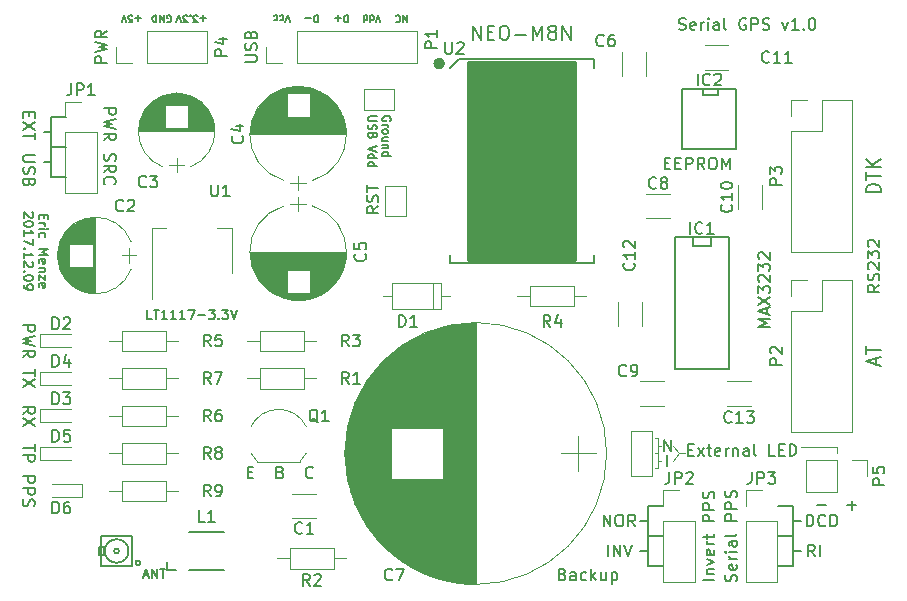
<source format=gbr>
G04 #@! TF.FileFunction,Legend,Top*
%FSLAX46Y46*%
G04 Gerber Fmt 4.6, Leading zero omitted, Abs format (unit mm)*
G04 Created by KiCad (PCBNEW 4.0.4-stable) date 12/11/17 12:25:10*
%MOMM*%
%LPD*%
G01*
G04 APERTURE LIST*
%ADD10C,0.100000*%
%ADD11C,0.150000*%
%ADD12C,0.200000*%
%ADD13C,0.120000*%
%ADD14C,0.203200*%
%ADD15C,0.127000*%
%ADD16C,0.508000*%
%ADD17C,0.381000*%
%ADD18C,0.152400*%
G04 APERTURE END LIST*
D10*
D11*
X56953572Y-83864405D02*
X56572619Y-83864405D01*
X56572619Y-83064405D01*
X57105952Y-83064405D02*
X57563095Y-83064405D01*
X57334524Y-83864405D02*
X57334524Y-83064405D01*
X58248810Y-83864405D02*
X57791667Y-83864405D01*
X58020238Y-83864405D02*
X58020238Y-83064405D01*
X57944048Y-83178690D01*
X57867857Y-83254881D01*
X57791667Y-83292976D01*
X59010715Y-83864405D02*
X58553572Y-83864405D01*
X58782143Y-83864405D02*
X58782143Y-83064405D01*
X58705953Y-83178690D01*
X58629762Y-83254881D01*
X58553572Y-83292976D01*
X59772620Y-83864405D02*
X59315477Y-83864405D01*
X59544048Y-83864405D02*
X59544048Y-83064405D01*
X59467858Y-83178690D01*
X59391667Y-83254881D01*
X59315477Y-83292976D01*
X60039287Y-83064405D02*
X60572620Y-83064405D01*
X60229763Y-83864405D01*
X60877382Y-83559643D02*
X61486906Y-83559643D01*
X61791668Y-83064405D02*
X62286906Y-83064405D01*
X62020239Y-83369167D01*
X62134525Y-83369167D01*
X62210715Y-83407262D01*
X62248811Y-83445357D01*
X62286906Y-83521548D01*
X62286906Y-83712024D01*
X62248811Y-83788214D01*
X62210715Y-83826310D01*
X62134525Y-83864405D01*
X61905953Y-83864405D01*
X61829763Y-83826310D01*
X61791668Y-83788214D01*
X62629763Y-83788214D02*
X62667858Y-83826310D01*
X62629763Y-83864405D01*
X62591668Y-83826310D01*
X62629763Y-83788214D01*
X62629763Y-83864405D01*
X62934525Y-83064405D02*
X63429763Y-83064405D01*
X63163096Y-83369167D01*
X63277382Y-83369167D01*
X63353572Y-83407262D01*
X63391668Y-83445357D01*
X63429763Y-83521548D01*
X63429763Y-83712024D01*
X63391668Y-83788214D01*
X63353572Y-83826310D01*
X63277382Y-83864405D01*
X63048810Y-83864405D01*
X62972620Y-83826310D01*
X62934525Y-83788214D01*
X63658334Y-83064405D02*
X63925001Y-83864405D01*
X64191668Y-83064405D01*
D12*
X110331429Y-58713714D02*
X110569524Y-59380381D01*
X110807620Y-58713714D01*
X111712382Y-59380381D02*
X111140953Y-59380381D01*
X111426667Y-59380381D02*
X111426667Y-58380381D01*
X111331429Y-58523238D01*
X111236191Y-58618476D01*
X111140953Y-58666095D01*
X112140953Y-59285143D02*
X112188572Y-59332762D01*
X112140953Y-59380381D01*
X112093334Y-59332762D01*
X112140953Y-59285143D01*
X112140953Y-59380381D01*
X112807619Y-58380381D02*
X112902858Y-58380381D01*
X112998096Y-58428000D01*
X113045715Y-58475619D01*
X113093334Y-58570857D01*
X113140953Y-58761333D01*
X113140953Y-58999429D01*
X113093334Y-59189905D01*
X113045715Y-59285143D01*
X112998096Y-59332762D01*
X112902858Y-59380381D01*
X112807619Y-59380381D01*
X112712381Y-59332762D01*
X112664762Y-59285143D01*
X112617143Y-59189905D01*
X112569524Y-58999429D01*
X112569524Y-58761333D01*
X112617143Y-58570857D01*
X112664762Y-58475619D01*
X112712381Y-58428000D01*
X112807619Y-58380381D01*
D11*
X77150000Y-67081333D02*
X77183333Y-67014667D01*
X77183333Y-66914667D01*
X77150000Y-66814667D01*
X77083333Y-66748000D01*
X77016667Y-66714667D01*
X76883333Y-66681333D01*
X76783333Y-66681333D01*
X76650000Y-66714667D01*
X76583333Y-66748000D01*
X76516667Y-66814667D01*
X76483333Y-66914667D01*
X76483333Y-66981333D01*
X76516667Y-67081333D01*
X76550000Y-67114667D01*
X76783333Y-67114667D01*
X76783333Y-66981333D01*
X76483333Y-67414667D02*
X76950000Y-67414667D01*
X76816667Y-67414667D02*
X76883333Y-67448000D01*
X76916667Y-67481333D01*
X76950000Y-67548000D01*
X76950000Y-67614667D01*
X76483333Y-67948000D02*
X76516667Y-67881333D01*
X76550000Y-67848000D01*
X76616667Y-67814666D01*
X76816667Y-67814666D01*
X76883333Y-67848000D01*
X76916667Y-67881333D01*
X76950000Y-67948000D01*
X76950000Y-68048000D01*
X76916667Y-68114666D01*
X76883333Y-68148000D01*
X76816667Y-68181333D01*
X76616667Y-68181333D01*
X76550000Y-68148000D01*
X76516667Y-68114666D01*
X76483333Y-68048000D01*
X76483333Y-67948000D01*
X76950000Y-68781333D02*
X76483333Y-68781333D01*
X76950000Y-68481333D02*
X76583333Y-68481333D01*
X76516667Y-68514666D01*
X76483333Y-68581333D01*
X76483333Y-68681333D01*
X76516667Y-68747999D01*
X76550000Y-68781333D01*
X76950000Y-69114666D02*
X76483333Y-69114666D01*
X76883333Y-69114666D02*
X76916667Y-69147999D01*
X76950000Y-69214666D01*
X76950000Y-69314666D01*
X76916667Y-69381332D01*
X76850000Y-69414666D01*
X76483333Y-69414666D01*
X76483333Y-70047999D02*
X77183333Y-70047999D01*
X76516667Y-70047999D02*
X76483333Y-69981332D01*
X76483333Y-69847999D01*
X76516667Y-69781332D01*
X76550000Y-69747999D01*
X76616667Y-69714665D01*
X76816667Y-69714665D01*
X76883333Y-69747999D01*
X76916667Y-69781332D01*
X76950000Y-69847999D01*
X76950000Y-69981332D01*
X76916667Y-70047999D01*
X75983333Y-66714667D02*
X75416667Y-66714667D01*
X75350000Y-66748000D01*
X75316667Y-66781333D01*
X75283333Y-66848000D01*
X75283333Y-66981333D01*
X75316667Y-67048000D01*
X75350000Y-67081333D01*
X75416667Y-67114667D01*
X75983333Y-67114667D01*
X75316667Y-67414666D02*
X75283333Y-67514666D01*
X75283333Y-67681333D01*
X75316667Y-67748000D01*
X75350000Y-67781333D01*
X75416667Y-67814666D01*
X75483333Y-67814666D01*
X75550000Y-67781333D01*
X75583333Y-67748000D01*
X75616667Y-67681333D01*
X75650000Y-67548000D01*
X75683333Y-67481333D01*
X75716667Y-67448000D01*
X75783333Y-67414666D01*
X75850000Y-67414666D01*
X75916667Y-67448000D01*
X75950000Y-67481333D01*
X75983333Y-67548000D01*
X75983333Y-67714666D01*
X75950000Y-67814666D01*
X75650000Y-68348000D02*
X75616667Y-68448000D01*
X75583333Y-68481333D01*
X75516667Y-68514667D01*
X75416667Y-68514667D01*
X75350000Y-68481333D01*
X75316667Y-68448000D01*
X75283333Y-68381333D01*
X75283333Y-68114667D01*
X75983333Y-68114667D01*
X75983333Y-68348000D01*
X75950000Y-68414667D01*
X75916667Y-68448000D01*
X75850000Y-68481333D01*
X75783333Y-68481333D01*
X75716667Y-68448000D01*
X75683333Y-68414667D01*
X75650000Y-68348000D01*
X75650000Y-68114667D01*
X75983333Y-69248000D02*
X75283333Y-69481333D01*
X75983333Y-69714666D01*
X75283333Y-70248000D02*
X75983333Y-70248000D01*
X75316667Y-70248000D02*
X75283333Y-70181333D01*
X75283333Y-70048000D01*
X75316667Y-69981333D01*
X75350000Y-69948000D01*
X75416667Y-69914666D01*
X75616667Y-69914666D01*
X75683333Y-69948000D01*
X75716667Y-69981333D01*
X75750000Y-70048000D01*
X75750000Y-70181333D01*
X75716667Y-70248000D01*
X75283333Y-70881333D02*
X75983333Y-70881333D01*
X75316667Y-70881333D02*
X75283333Y-70814666D01*
X75283333Y-70681333D01*
X75316667Y-70614666D01*
X75350000Y-70581333D01*
X75416667Y-70547999D01*
X75616667Y-70547999D01*
X75683333Y-70581333D01*
X75716667Y-70614666D01*
X75750000Y-70681333D01*
X75750000Y-70814666D01*
X75716667Y-70881333D01*
X65079904Y-96829571D02*
X65413238Y-96829571D01*
X65556095Y-97353381D02*
X65079904Y-97353381D01*
X65079904Y-96353381D01*
X65556095Y-96353381D01*
X67841810Y-96829571D02*
X67984667Y-96877190D01*
X68032286Y-96924810D01*
X68079905Y-97020048D01*
X68079905Y-97162905D01*
X68032286Y-97258143D01*
X67984667Y-97305762D01*
X67889429Y-97353381D01*
X67508476Y-97353381D01*
X67508476Y-96353381D01*
X67841810Y-96353381D01*
X67937048Y-96401000D01*
X67984667Y-96448619D01*
X68032286Y-96543857D01*
X68032286Y-96639095D01*
X67984667Y-96734333D01*
X67937048Y-96781952D01*
X67841810Y-96829571D01*
X67508476Y-96829571D01*
X70603715Y-97258143D02*
X70556096Y-97305762D01*
X70413239Y-97353381D01*
X70318001Y-97353381D01*
X70175143Y-97305762D01*
X70079905Y-97210524D01*
X70032286Y-97115286D01*
X69984667Y-96924810D01*
X69984667Y-96781952D01*
X70032286Y-96591476D01*
X70079905Y-96496238D01*
X70175143Y-96401000D01*
X70318001Y-96353381D01*
X70413239Y-96353381D01*
X70556096Y-96401000D01*
X70603715Y-96448619D01*
D10*
X114935000Y-94742000D02*
X114935000Y-95250000D01*
X111887000Y-94742000D02*
X114935000Y-94742000D01*
X101600000Y-95250000D02*
X102108000Y-95250000D01*
D11*
X113284048Y-99639429D02*
X114045953Y-99639429D01*
X115824048Y-99639429D02*
X116585953Y-99639429D01*
X116205001Y-100020381D02*
X116205001Y-99258476D01*
D12*
X111252000Y-102235000D02*
X109982000Y-102235000D01*
D10*
X101600000Y-95250000D02*
X101092000Y-95885000D01*
X101092000Y-94615000D02*
X101600000Y-95250000D01*
X100076000Y-95885000D02*
X99822000Y-95885000D01*
X99822000Y-94615000D02*
X100076000Y-94615000D01*
X99568000Y-95250000D02*
X99822000Y-95250000D01*
X99822000Y-96520000D02*
X99568000Y-96520000D01*
X99822000Y-93980000D02*
X99822000Y-96520000D01*
X99568000Y-93980000D02*
X99822000Y-93980000D01*
D11*
X100584000Y-96337381D02*
X100584000Y-95337381D01*
X100298286Y-95067381D02*
X100298286Y-94067381D01*
X100869715Y-95067381D01*
X100869715Y-94067381D01*
X102386380Y-94924571D02*
X102719714Y-94924571D01*
X102862571Y-95448381D02*
X102386380Y-95448381D01*
X102386380Y-94448381D01*
X102862571Y-94448381D01*
X103195904Y-95448381D02*
X103719714Y-94781714D01*
X103195904Y-94781714D02*
X103719714Y-95448381D01*
X103957809Y-94781714D02*
X104338761Y-94781714D01*
X104100666Y-94448381D02*
X104100666Y-95305524D01*
X104148285Y-95400762D01*
X104243523Y-95448381D01*
X104338761Y-95448381D01*
X105053048Y-95400762D02*
X104957810Y-95448381D01*
X104767333Y-95448381D01*
X104672095Y-95400762D01*
X104624476Y-95305524D01*
X104624476Y-94924571D01*
X104672095Y-94829333D01*
X104767333Y-94781714D01*
X104957810Y-94781714D01*
X105053048Y-94829333D01*
X105100667Y-94924571D01*
X105100667Y-95019810D01*
X104624476Y-95115048D01*
X105529238Y-95448381D02*
X105529238Y-94781714D01*
X105529238Y-94972190D02*
X105576857Y-94876952D01*
X105624476Y-94829333D01*
X105719714Y-94781714D01*
X105814953Y-94781714D01*
X106148286Y-94781714D02*
X106148286Y-95448381D01*
X106148286Y-94876952D02*
X106195905Y-94829333D01*
X106291143Y-94781714D01*
X106434001Y-94781714D01*
X106529239Y-94829333D01*
X106576858Y-94924571D01*
X106576858Y-95448381D01*
X107481620Y-95448381D02*
X107481620Y-94924571D01*
X107434001Y-94829333D01*
X107338763Y-94781714D01*
X107148286Y-94781714D01*
X107053048Y-94829333D01*
X107481620Y-95400762D02*
X107386382Y-95448381D01*
X107148286Y-95448381D01*
X107053048Y-95400762D01*
X107005429Y-95305524D01*
X107005429Y-95210286D01*
X107053048Y-95115048D01*
X107148286Y-95067429D01*
X107386382Y-95067429D01*
X107481620Y-95019810D01*
X108100667Y-95448381D02*
X108005429Y-95400762D01*
X107957810Y-95305524D01*
X107957810Y-94448381D01*
X109719716Y-95448381D02*
X109243525Y-95448381D01*
X109243525Y-94448381D01*
X110053049Y-94924571D02*
X110386383Y-94924571D01*
X110529240Y-95448381D02*
X110053049Y-95448381D01*
X110053049Y-94448381D01*
X110529240Y-94448381D01*
X110957811Y-95448381D02*
X110957811Y-94448381D01*
X111195906Y-94448381D01*
X111338764Y-94496000D01*
X111434002Y-94591238D01*
X111481621Y-94686476D01*
X111529240Y-94876952D01*
X111529240Y-95019810D01*
X111481621Y-95210286D01*
X111434002Y-95305524D01*
X111338764Y-95400762D01*
X111195906Y-95448381D01*
X110957811Y-95448381D01*
X46843905Y-74828809D02*
X46882000Y-74866904D01*
X46920095Y-74943095D01*
X46920095Y-75133571D01*
X46882000Y-75209761D01*
X46843905Y-75247857D01*
X46767714Y-75285952D01*
X46691524Y-75285952D01*
X46577238Y-75247857D01*
X46120095Y-74790714D01*
X46120095Y-75285952D01*
X46920095Y-75781190D02*
X46920095Y-75857381D01*
X46882000Y-75933571D01*
X46843905Y-75971666D01*
X46767714Y-76009762D01*
X46615333Y-76047857D01*
X46424857Y-76047857D01*
X46272476Y-76009762D01*
X46196286Y-75971666D01*
X46158190Y-75933571D01*
X46120095Y-75857381D01*
X46120095Y-75781190D01*
X46158190Y-75705000D01*
X46196286Y-75666904D01*
X46272476Y-75628809D01*
X46424857Y-75590714D01*
X46615333Y-75590714D01*
X46767714Y-75628809D01*
X46843905Y-75666904D01*
X46882000Y-75705000D01*
X46920095Y-75781190D01*
X46120095Y-76809762D02*
X46120095Y-76352619D01*
X46120095Y-76581190D02*
X46920095Y-76581190D01*
X46805810Y-76505000D01*
X46729619Y-76428809D01*
X46691524Y-76352619D01*
X46920095Y-77076429D02*
X46920095Y-77609762D01*
X46120095Y-77266905D01*
X46196286Y-77914524D02*
X46158190Y-77952619D01*
X46120095Y-77914524D01*
X46158190Y-77876429D01*
X46196286Y-77914524D01*
X46120095Y-77914524D01*
X46120095Y-78714524D02*
X46120095Y-78257381D01*
X46120095Y-78485952D02*
X46920095Y-78485952D01*
X46805810Y-78409762D01*
X46729619Y-78333571D01*
X46691524Y-78257381D01*
X46843905Y-79019286D02*
X46882000Y-79057381D01*
X46920095Y-79133572D01*
X46920095Y-79324048D01*
X46882000Y-79400238D01*
X46843905Y-79438334D01*
X46767714Y-79476429D01*
X46691524Y-79476429D01*
X46577238Y-79438334D01*
X46120095Y-78981191D01*
X46120095Y-79476429D01*
X46196286Y-79819286D02*
X46158190Y-79857381D01*
X46120095Y-79819286D01*
X46158190Y-79781191D01*
X46196286Y-79819286D01*
X46120095Y-79819286D01*
X46920095Y-80352619D02*
X46920095Y-80428810D01*
X46882000Y-80505000D01*
X46843905Y-80543095D01*
X46767714Y-80581191D01*
X46615333Y-80619286D01*
X46424857Y-80619286D01*
X46272476Y-80581191D01*
X46196286Y-80543095D01*
X46158190Y-80505000D01*
X46120095Y-80428810D01*
X46120095Y-80352619D01*
X46158190Y-80276429D01*
X46196286Y-80238333D01*
X46272476Y-80200238D01*
X46424857Y-80162143D01*
X46615333Y-80162143D01*
X46767714Y-80200238D01*
X46843905Y-80238333D01*
X46882000Y-80276429D01*
X46920095Y-80352619D01*
X46120095Y-81000238D02*
X46120095Y-81152619D01*
X46158190Y-81228810D01*
X46196286Y-81266905D01*
X46310571Y-81343096D01*
X46462952Y-81381191D01*
X46767714Y-81381191D01*
X46843905Y-81343096D01*
X46882000Y-81305000D01*
X46920095Y-81228810D01*
X46920095Y-81076429D01*
X46882000Y-81000238D01*
X46843905Y-80962143D01*
X46767714Y-80924048D01*
X46577238Y-80924048D01*
X46501048Y-80962143D01*
X46462952Y-81000238D01*
X46424857Y-81076429D01*
X46424857Y-81228810D01*
X46462952Y-81305000D01*
X46501048Y-81343096D01*
X46577238Y-81381191D01*
X47809143Y-75019286D02*
X47809143Y-75285953D01*
X47390095Y-75400239D02*
X47390095Y-75019286D01*
X48190095Y-75019286D01*
X48190095Y-75400239D01*
X47390095Y-75743096D02*
X47923429Y-75743096D01*
X47771048Y-75743096D02*
X47847238Y-75781191D01*
X47885333Y-75819287D01*
X47923429Y-75895477D01*
X47923429Y-75971668D01*
X47390095Y-76238334D02*
X47923429Y-76238334D01*
X48190095Y-76238334D02*
X48152000Y-76200239D01*
X48113905Y-76238334D01*
X48152000Y-76276429D01*
X48190095Y-76238334D01*
X48113905Y-76238334D01*
X47428190Y-76962143D02*
X47390095Y-76885953D01*
X47390095Y-76733572D01*
X47428190Y-76657381D01*
X47466286Y-76619286D01*
X47542476Y-76581191D01*
X47771048Y-76581191D01*
X47847238Y-76619286D01*
X47885333Y-76657381D01*
X47923429Y-76733572D01*
X47923429Y-76885953D01*
X47885333Y-76962143D01*
X47390095Y-77914524D02*
X48190095Y-77914524D01*
X47618667Y-78181191D01*
X48190095Y-78447858D01*
X47390095Y-78447858D01*
X47428190Y-79133572D02*
X47390095Y-79057382D01*
X47390095Y-78905001D01*
X47428190Y-78828810D01*
X47504381Y-78790715D01*
X47809143Y-78790715D01*
X47885333Y-78828810D01*
X47923429Y-78905001D01*
X47923429Y-79057382D01*
X47885333Y-79133572D01*
X47809143Y-79171667D01*
X47732952Y-79171667D01*
X47656762Y-78790715D01*
X47923429Y-79514524D02*
X47390095Y-79514524D01*
X47847238Y-79514524D02*
X47885333Y-79552619D01*
X47923429Y-79628810D01*
X47923429Y-79743096D01*
X47885333Y-79819286D01*
X47809143Y-79857381D01*
X47390095Y-79857381D01*
X47923429Y-80162144D02*
X47923429Y-80581191D01*
X47390095Y-80162144D01*
X47390095Y-80581191D01*
X47428190Y-81190715D02*
X47390095Y-81114525D01*
X47390095Y-80962144D01*
X47428190Y-80885953D01*
X47504381Y-80847858D01*
X47809143Y-80847858D01*
X47885333Y-80885953D01*
X47923429Y-80962144D01*
X47923429Y-81114525D01*
X47885333Y-81190715D01*
X47809143Y-81228810D01*
X47732952Y-81228810D01*
X47656762Y-80847858D01*
D12*
X101576666Y-59332762D02*
X101719523Y-59380381D01*
X101957619Y-59380381D01*
X102052857Y-59332762D01*
X102100476Y-59285143D01*
X102148095Y-59189905D01*
X102148095Y-59094667D01*
X102100476Y-58999429D01*
X102052857Y-58951810D01*
X101957619Y-58904190D01*
X101767142Y-58856571D01*
X101671904Y-58808952D01*
X101624285Y-58761333D01*
X101576666Y-58666095D01*
X101576666Y-58570857D01*
X101624285Y-58475619D01*
X101671904Y-58428000D01*
X101767142Y-58380381D01*
X102005238Y-58380381D01*
X102148095Y-58428000D01*
X102957619Y-59332762D02*
X102862381Y-59380381D01*
X102671904Y-59380381D01*
X102576666Y-59332762D01*
X102529047Y-59237524D01*
X102529047Y-58856571D01*
X102576666Y-58761333D01*
X102671904Y-58713714D01*
X102862381Y-58713714D01*
X102957619Y-58761333D01*
X103005238Y-58856571D01*
X103005238Y-58951810D01*
X102529047Y-59047048D01*
X103433809Y-59380381D02*
X103433809Y-58713714D01*
X103433809Y-58904190D02*
X103481428Y-58808952D01*
X103529047Y-58761333D01*
X103624285Y-58713714D01*
X103719524Y-58713714D01*
X104052857Y-59380381D02*
X104052857Y-58713714D01*
X104052857Y-58380381D02*
X104005238Y-58428000D01*
X104052857Y-58475619D01*
X104100476Y-58428000D01*
X104052857Y-58380381D01*
X104052857Y-58475619D01*
X104957619Y-59380381D02*
X104957619Y-58856571D01*
X104910000Y-58761333D01*
X104814762Y-58713714D01*
X104624285Y-58713714D01*
X104529047Y-58761333D01*
X104957619Y-59332762D02*
X104862381Y-59380381D01*
X104624285Y-59380381D01*
X104529047Y-59332762D01*
X104481428Y-59237524D01*
X104481428Y-59142286D01*
X104529047Y-59047048D01*
X104624285Y-58999429D01*
X104862381Y-58999429D01*
X104957619Y-58951810D01*
X105576666Y-59380381D02*
X105481428Y-59332762D01*
X105433809Y-59237524D01*
X105433809Y-58380381D01*
X107243334Y-58428000D02*
X107148096Y-58380381D01*
X107005239Y-58380381D01*
X106862381Y-58428000D01*
X106767143Y-58523238D01*
X106719524Y-58618476D01*
X106671905Y-58808952D01*
X106671905Y-58951810D01*
X106719524Y-59142286D01*
X106767143Y-59237524D01*
X106862381Y-59332762D01*
X107005239Y-59380381D01*
X107100477Y-59380381D01*
X107243334Y-59332762D01*
X107290953Y-59285143D01*
X107290953Y-58951810D01*
X107100477Y-58951810D01*
X107719524Y-59380381D02*
X107719524Y-58380381D01*
X108100477Y-58380381D01*
X108195715Y-58428000D01*
X108243334Y-58475619D01*
X108290953Y-58570857D01*
X108290953Y-58713714D01*
X108243334Y-58808952D01*
X108195715Y-58856571D01*
X108100477Y-58904190D01*
X107719524Y-58904190D01*
X108671905Y-59332762D02*
X108814762Y-59380381D01*
X109052858Y-59380381D01*
X109148096Y-59332762D01*
X109195715Y-59285143D01*
X109243334Y-59189905D01*
X109243334Y-59094667D01*
X109195715Y-58999429D01*
X109148096Y-58951810D01*
X109052858Y-58904190D01*
X108862381Y-58856571D01*
X108767143Y-58808952D01*
X108719524Y-58761333D01*
X108671905Y-58666095D01*
X108671905Y-58570857D01*
X108719524Y-58475619D01*
X108767143Y-58428000D01*
X108862381Y-58380381D01*
X109100477Y-58380381D01*
X109243334Y-58428000D01*
X118562381Y-80970238D02*
X118086190Y-81303572D01*
X118562381Y-81541667D02*
X117562381Y-81541667D01*
X117562381Y-81160714D01*
X117610000Y-81065476D01*
X117657619Y-81017857D01*
X117752857Y-80970238D01*
X117895714Y-80970238D01*
X117990952Y-81017857D01*
X118038571Y-81065476D01*
X118086190Y-81160714D01*
X118086190Y-81541667D01*
X118514762Y-80589286D02*
X118562381Y-80446429D01*
X118562381Y-80208333D01*
X118514762Y-80113095D01*
X118467143Y-80065476D01*
X118371905Y-80017857D01*
X118276667Y-80017857D01*
X118181429Y-80065476D01*
X118133810Y-80113095D01*
X118086190Y-80208333D01*
X118038571Y-80398810D01*
X117990952Y-80494048D01*
X117943333Y-80541667D01*
X117848095Y-80589286D01*
X117752857Y-80589286D01*
X117657619Y-80541667D01*
X117610000Y-80494048D01*
X117562381Y-80398810D01*
X117562381Y-80160714D01*
X117610000Y-80017857D01*
X117657619Y-79636905D02*
X117610000Y-79589286D01*
X117562381Y-79494048D01*
X117562381Y-79255952D01*
X117610000Y-79160714D01*
X117657619Y-79113095D01*
X117752857Y-79065476D01*
X117848095Y-79065476D01*
X117990952Y-79113095D01*
X118562381Y-79684524D01*
X118562381Y-79065476D01*
X117562381Y-78732143D02*
X117562381Y-78113095D01*
X117943333Y-78446429D01*
X117943333Y-78303571D01*
X117990952Y-78208333D01*
X118038571Y-78160714D01*
X118133810Y-78113095D01*
X118371905Y-78113095D01*
X118467143Y-78160714D01*
X118514762Y-78208333D01*
X118562381Y-78303571D01*
X118562381Y-78589286D01*
X118514762Y-78684524D01*
X118467143Y-78732143D01*
X117657619Y-77732143D02*
X117610000Y-77684524D01*
X117562381Y-77589286D01*
X117562381Y-77351190D01*
X117610000Y-77255952D01*
X117657619Y-77208333D01*
X117752857Y-77160714D01*
X117848095Y-77160714D01*
X117990952Y-77208333D01*
X118562381Y-77779762D01*
X118562381Y-77160714D01*
X46029619Y-84391667D02*
X47029619Y-84391667D01*
X47029619Y-84772620D01*
X46982000Y-84867858D01*
X46934381Y-84915477D01*
X46839143Y-84963096D01*
X46696286Y-84963096D01*
X46601048Y-84915477D01*
X46553429Y-84867858D01*
X46505810Y-84772620D01*
X46505810Y-84391667D01*
X47029619Y-85296429D02*
X46029619Y-85534524D01*
X46743905Y-85725001D01*
X46029619Y-85915477D01*
X47029619Y-86153572D01*
X46029619Y-87105953D02*
X46505810Y-86772619D01*
X46029619Y-86534524D02*
X47029619Y-86534524D01*
X47029619Y-86915477D01*
X46982000Y-87010715D01*
X46934381Y-87058334D01*
X46839143Y-87105953D01*
X46696286Y-87105953D01*
X46601048Y-87058334D01*
X46553429Y-87010715D01*
X46505810Y-86915477D01*
X46505810Y-86534524D01*
X47029619Y-94464286D02*
X47029619Y-95035715D01*
X46029619Y-94750000D02*
X47029619Y-94750000D01*
X46029619Y-95369048D02*
X47029619Y-95369048D01*
X47029619Y-95750001D01*
X46982000Y-95845239D01*
X46934381Y-95892858D01*
X46839143Y-95940477D01*
X46696286Y-95940477D01*
X46601048Y-95892858D01*
X46553429Y-95845239D01*
X46505810Y-95750001D01*
X46505810Y-95369048D01*
X46029619Y-91908334D02*
X46505810Y-91575000D01*
X46029619Y-91336905D02*
X47029619Y-91336905D01*
X47029619Y-91717858D01*
X46982000Y-91813096D01*
X46934381Y-91860715D01*
X46839143Y-91908334D01*
X46696286Y-91908334D01*
X46601048Y-91860715D01*
X46553429Y-91813096D01*
X46505810Y-91717858D01*
X46505810Y-91336905D01*
X47029619Y-92241667D02*
X46029619Y-92908334D01*
X47029619Y-92908334D02*
X46029619Y-92241667D01*
X47029619Y-88138095D02*
X47029619Y-88709524D01*
X46029619Y-88423809D02*
X47029619Y-88423809D01*
X47029619Y-88947619D02*
X46029619Y-89614286D01*
X47029619Y-89614286D02*
X46029619Y-88947619D01*
X46029619Y-97186905D02*
X47029619Y-97186905D01*
X47029619Y-97567858D01*
X46982000Y-97663096D01*
X46934381Y-97710715D01*
X46839143Y-97758334D01*
X46696286Y-97758334D01*
X46601048Y-97710715D01*
X46553429Y-97663096D01*
X46505810Y-97567858D01*
X46505810Y-97186905D01*
X46029619Y-98186905D02*
X47029619Y-98186905D01*
X47029619Y-98567858D01*
X46982000Y-98663096D01*
X46934381Y-98710715D01*
X46839143Y-98758334D01*
X46696286Y-98758334D01*
X46601048Y-98710715D01*
X46553429Y-98663096D01*
X46505810Y-98567858D01*
X46505810Y-98186905D01*
X46077238Y-99139286D02*
X46029619Y-99282143D01*
X46029619Y-99520239D01*
X46077238Y-99615477D01*
X46124857Y-99663096D01*
X46220095Y-99710715D01*
X46315333Y-99710715D01*
X46410571Y-99663096D01*
X46458190Y-99615477D01*
X46505810Y-99520239D01*
X46553429Y-99329762D01*
X46601048Y-99234524D01*
X46648667Y-99186905D01*
X46743905Y-99139286D01*
X46839143Y-99139286D01*
X46934381Y-99186905D01*
X46982000Y-99234524D01*
X47029619Y-99329762D01*
X47029619Y-99567858D01*
X46982000Y-99710715D01*
X52887619Y-66024524D02*
X53887619Y-66024524D01*
X53887619Y-66405477D01*
X53840000Y-66500715D01*
X53792381Y-66548334D01*
X53697143Y-66595953D01*
X53554286Y-66595953D01*
X53459048Y-66548334D01*
X53411429Y-66500715D01*
X53363810Y-66405477D01*
X53363810Y-66024524D01*
X53887619Y-66929286D02*
X52887619Y-67167381D01*
X53601905Y-67357858D01*
X52887619Y-67548334D01*
X53887619Y-67786429D01*
X52887619Y-68738810D02*
X53363810Y-68405476D01*
X52887619Y-68167381D02*
X53887619Y-68167381D01*
X53887619Y-68548334D01*
X53840000Y-68643572D01*
X53792381Y-68691191D01*
X53697143Y-68738810D01*
X53554286Y-68738810D01*
X53459048Y-68691191D01*
X53411429Y-68643572D01*
X53363810Y-68548334D01*
X53363810Y-68167381D01*
X52935238Y-69881667D02*
X52887619Y-70024524D01*
X52887619Y-70262620D01*
X52935238Y-70357858D01*
X52982857Y-70405477D01*
X53078095Y-70453096D01*
X53173333Y-70453096D01*
X53268571Y-70405477D01*
X53316190Y-70357858D01*
X53363810Y-70262620D01*
X53411429Y-70072143D01*
X53459048Y-69976905D01*
X53506667Y-69929286D01*
X53601905Y-69881667D01*
X53697143Y-69881667D01*
X53792381Y-69929286D01*
X53840000Y-69976905D01*
X53887619Y-70072143D01*
X53887619Y-70310239D01*
X53840000Y-70453096D01*
X52887619Y-71453096D02*
X53363810Y-71119762D01*
X52887619Y-70881667D02*
X53887619Y-70881667D01*
X53887619Y-71262620D01*
X53840000Y-71357858D01*
X53792381Y-71405477D01*
X53697143Y-71453096D01*
X53554286Y-71453096D01*
X53459048Y-71405477D01*
X53411429Y-71357858D01*
X53363810Y-71262620D01*
X53363810Y-70881667D01*
X52982857Y-72453096D02*
X52935238Y-72405477D01*
X52887619Y-72262620D01*
X52887619Y-72167382D01*
X52935238Y-72024524D01*
X53030476Y-71929286D01*
X53125714Y-71881667D01*
X53316190Y-71834048D01*
X53459048Y-71834048D01*
X53649524Y-71881667D01*
X53744762Y-71929286D01*
X53840000Y-72024524D01*
X53887619Y-72167382D01*
X53887619Y-72262620D01*
X53840000Y-72405477D01*
X53792381Y-72453096D01*
X46587243Y-66361093D02*
X46587243Y-66694427D01*
X46063433Y-66837284D02*
X46063433Y-66361093D01*
X47063433Y-66361093D01*
X47063433Y-66837284D01*
X47063433Y-67170617D02*
X46063433Y-67837284D01*
X47063433Y-67837284D02*
X46063433Y-67170617D01*
X47063433Y-68075379D02*
X47063433Y-68646808D01*
X46063433Y-68361093D02*
X47063433Y-68361093D01*
X47063433Y-69980617D02*
X46253909Y-69980617D01*
X46158671Y-70028236D01*
X46111052Y-70075855D01*
X46063433Y-70171093D01*
X46063433Y-70361570D01*
X46111052Y-70456808D01*
X46158671Y-70504427D01*
X46253909Y-70552046D01*
X47063433Y-70552046D01*
X46111052Y-70980617D02*
X46063433Y-71123474D01*
X46063433Y-71361570D01*
X46111052Y-71456808D01*
X46158671Y-71504427D01*
X46253909Y-71552046D01*
X46349147Y-71552046D01*
X46444385Y-71504427D01*
X46492004Y-71456808D01*
X46539624Y-71361570D01*
X46587243Y-71171093D01*
X46634862Y-71075855D01*
X46682481Y-71028236D01*
X46777719Y-70980617D01*
X46872957Y-70980617D01*
X46968195Y-71028236D01*
X47015814Y-71075855D01*
X47063433Y-71171093D01*
X47063433Y-71409189D01*
X47015814Y-71552046D01*
X46587243Y-72313951D02*
X46539624Y-72456808D01*
X46492004Y-72504427D01*
X46396766Y-72552046D01*
X46253909Y-72552046D01*
X46158671Y-72504427D01*
X46111052Y-72456808D01*
X46063433Y-72361570D01*
X46063433Y-71980617D01*
X47063433Y-71980617D01*
X47063433Y-72313951D01*
X47015814Y-72409189D01*
X46968195Y-72456808D01*
X46872957Y-72504427D01*
X46777719Y-72504427D01*
X46682481Y-72456808D01*
X46634862Y-72409189D01*
X46587243Y-72313951D01*
X46587243Y-71980617D01*
X48420814Y-68067522D02*
X47785814Y-68067522D01*
X48420814Y-70607522D02*
X47785814Y-70607522D01*
X48420814Y-71877522D02*
X49690814Y-71877522D01*
X48420814Y-69337522D02*
X48420814Y-71877522D01*
X48420814Y-69337522D02*
X49690814Y-69337522D01*
X48420814Y-66797522D02*
X48420814Y-69337522D01*
X49690814Y-66797522D02*
X48420814Y-66797522D01*
D11*
X78576428Y-58148571D02*
X78576428Y-58748571D01*
X78233571Y-58148571D01*
X78233571Y-58748571D01*
X77605000Y-58205714D02*
X77633571Y-58177143D01*
X77719285Y-58148571D01*
X77776428Y-58148571D01*
X77862143Y-58177143D01*
X77919285Y-58234286D01*
X77947857Y-58291429D01*
X77976428Y-58405714D01*
X77976428Y-58491429D01*
X77947857Y-58605714D01*
X77919285Y-58662857D01*
X77862143Y-58720000D01*
X77776428Y-58748571D01*
X77719285Y-58748571D01*
X77633571Y-58720000D01*
X77605000Y-58691429D01*
X76307857Y-58748571D02*
X76107857Y-58148571D01*
X75907857Y-58748571D01*
X75450714Y-58148571D02*
X75450714Y-58748571D01*
X75450714Y-58177143D02*
X75507857Y-58148571D01*
X75622143Y-58148571D01*
X75679285Y-58177143D01*
X75707857Y-58205714D01*
X75736428Y-58262857D01*
X75736428Y-58434286D01*
X75707857Y-58491429D01*
X75679285Y-58520000D01*
X75622143Y-58548571D01*
X75507857Y-58548571D01*
X75450714Y-58520000D01*
X74907857Y-58148571D02*
X74907857Y-58748571D01*
X74907857Y-58177143D02*
X74965000Y-58148571D01*
X75079286Y-58148571D01*
X75136428Y-58177143D01*
X75165000Y-58205714D01*
X75193571Y-58262857D01*
X75193571Y-58434286D01*
X75165000Y-58491429D01*
X75136428Y-58520000D01*
X75079286Y-58548571D01*
X74965000Y-58548571D01*
X74907857Y-58520000D01*
X73553571Y-58148571D02*
X73553571Y-58748571D01*
X73410714Y-58748571D01*
X73324999Y-58720000D01*
X73267857Y-58662857D01*
X73239285Y-58605714D01*
X73210714Y-58491429D01*
X73210714Y-58405714D01*
X73239285Y-58291429D01*
X73267857Y-58234286D01*
X73324999Y-58177143D01*
X73410714Y-58148571D01*
X73553571Y-58148571D01*
X72953571Y-58377143D02*
X72496428Y-58377143D01*
X72724999Y-58148571D02*
X72724999Y-58605714D01*
X71013571Y-58148571D02*
X71013571Y-58748571D01*
X70870714Y-58748571D01*
X70784999Y-58720000D01*
X70727857Y-58662857D01*
X70699285Y-58605714D01*
X70670714Y-58491429D01*
X70670714Y-58405714D01*
X70699285Y-58291429D01*
X70727857Y-58234286D01*
X70784999Y-58177143D01*
X70870714Y-58148571D01*
X71013571Y-58148571D01*
X70413571Y-58377143D02*
X69956428Y-58377143D01*
X68659286Y-58748571D02*
X68459286Y-58148571D01*
X68259286Y-58748571D01*
X67802143Y-58177143D02*
X67859286Y-58148571D01*
X67973572Y-58148571D01*
X68030714Y-58177143D01*
X68059286Y-58205714D01*
X68087857Y-58262857D01*
X68087857Y-58434286D01*
X68059286Y-58491429D01*
X68030714Y-58520000D01*
X67973572Y-58548571D01*
X67859286Y-58548571D01*
X67802143Y-58520000D01*
X67287857Y-58177143D02*
X67345000Y-58148571D01*
X67459286Y-58148571D01*
X67516428Y-58177143D01*
X67545000Y-58205714D01*
X67573571Y-58262857D01*
X67573571Y-58434286D01*
X67545000Y-58491429D01*
X67516428Y-58520000D01*
X67459286Y-58548571D01*
X67345000Y-58548571D01*
X67287857Y-58520000D01*
X58242142Y-58720000D02*
X58299285Y-58748571D01*
X58384999Y-58748571D01*
X58470714Y-58720000D01*
X58527856Y-58662857D01*
X58556428Y-58605714D01*
X58584999Y-58491429D01*
X58584999Y-58405714D01*
X58556428Y-58291429D01*
X58527856Y-58234286D01*
X58470714Y-58177143D01*
X58384999Y-58148571D01*
X58327856Y-58148571D01*
X58242142Y-58177143D01*
X58213571Y-58205714D01*
X58213571Y-58405714D01*
X58327856Y-58405714D01*
X57956428Y-58148571D02*
X57956428Y-58748571D01*
X57613571Y-58148571D01*
X57613571Y-58748571D01*
X57327857Y-58148571D02*
X57327857Y-58748571D01*
X57185000Y-58748571D01*
X57099285Y-58720000D01*
X57042143Y-58662857D01*
X57013571Y-58605714D01*
X56985000Y-58491429D01*
X56985000Y-58405714D01*
X57013571Y-58291429D01*
X57042143Y-58234286D01*
X57099285Y-58177143D01*
X57185000Y-58148571D01*
X57327857Y-58148571D01*
X61525000Y-58377143D02*
X61067857Y-58377143D01*
X61296428Y-58148571D02*
X61296428Y-58605714D01*
X60839286Y-58748571D02*
X60467857Y-58748571D01*
X60667857Y-58520000D01*
X60582143Y-58520000D01*
X60525000Y-58491429D01*
X60496429Y-58462857D01*
X60467857Y-58405714D01*
X60467857Y-58262857D01*
X60496429Y-58205714D01*
X60525000Y-58177143D01*
X60582143Y-58148571D01*
X60753571Y-58148571D01*
X60810714Y-58177143D01*
X60839286Y-58205714D01*
X60210714Y-58205714D02*
X60182142Y-58177143D01*
X60210714Y-58148571D01*
X60239285Y-58177143D01*
X60210714Y-58205714D01*
X60210714Y-58148571D01*
X59982143Y-58748571D02*
X59610714Y-58748571D01*
X59810714Y-58520000D01*
X59725000Y-58520000D01*
X59667857Y-58491429D01*
X59639286Y-58462857D01*
X59610714Y-58405714D01*
X59610714Y-58262857D01*
X59639286Y-58205714D01*
X59667857Y-58177143D01*
X59725000Y-58148571D01*
X59896428Y-58148571D01*
X59953571Y-58177143D01*
X59982143Y-58205714D01*
X59439285Y-58748571D02*
X59239285Y-58148571D01*
X59039285Y-58748571D01*
X56016429Y-58377143D02*
X55559286Y-58377143D01*
X55787857Y-58148571D02*
X55787857Y-58605714D01*
X54987858Y-58748571D02*
X55273572Y-58748571D01*
X55302143Y-58462857D01*
X55273572Y-58491429D01*
X55216429Y-58520000D01*
X55073572Y-58520000D01*
X55016429Y-58491429D01*
X54987858Y-58462857D01*
X54959286Y-58405714D01*
X54959286Y-58262857D01*
X54987858Y-58205714D01*
X55016429Y-58177143D01*
X55073572Y-58148571D01*
X55216429Y-58148571D01*
X55273572Y-58177143D01*
X55302143Y-58205714D01*
X54787857Y-58748571D02*
X54587857Y-58148571D01*
X54387857Y-58748571D01*
D12*
X95210476Y-101417381D02*
X95210476Y-100417381D01*
X95781905Y-101417381D01*
X95781905Y-100417381D01*
X96448571Y-100417381D02*
X96639048Y-100417381D01*
X96734286Y-100465000D01*
X96829524Y-100560238D01*
X96877143Y-100750714D01*
X96877143Y-101084048D01*
X96829524Y-101274524D01*
X96734286Y-101369762D01*
X96639048Y-101417381D01*
X96448571Y-101417381D01*
X96353333Y-101369762D01*
X96258095Y-101274524D01*
X96210476Y-101084048D01*
X96210476Y-100750714D01*
X96258095Y-100560238D01*
X96353333Y-100465000D01*
X96448571Y-100417381D01*
X97877143Y-101417381D02*
X97543809Y-100941190D01*
X97305714Y-101417381D02*
X97305714Y-100417381D01*
X97686667Y-100417381D01*
X97781905Y-100465000D01*
X97829524Y-100512619D01*
X97877143Y-100607857D01*
X97877143Y-100750714D01*
X97829524Y-100845952D01*
X97781905Y-100893571D01*
X97686667Y-100941190D01*
X97305714Y-100941190D01*
X95567619Y-103957381D02*
X95567619Y-102957381D01*
X96043809Y-103957381D02*
X96043809Y-102957381D01*
X96615238Y-103957381D01*
X96615238Y-102957381D01*
X96948571Y-102957381D02*
X97281904Y-103957381D01*
X97615238Y-102957381D01*
X98933000Y-103505000D02*
X98298000Y-103505000D01*
X98933000Y-100965000D02*
X98298000Y-100965000D01*
X98933000Y-99695000D02*
X100203000Y-99695000D01*
X98933000Y-102235000D02*
X98933000Y-99695000D01*
X100203000Y-102235000D02*
X98933000Y-102235000D01*
X98933000Y-104775000D02*
X98933000Y-102235000D01*
X100203000Y-104775000D02*
X98933000Y-104775000D01*
X104592381Y-105949286D02*
X103592381Y-105949286D01*
X103925714Y-105473096D02*
X104592381Y-105473096D01*
X104020952Y-105473096D02*
X103973333Y-105425477D01*
X103925714Y-105330239D01*
X103925714Y-105187381D01*
X103973333Y-105092143D01*
X104068571Y-105044524D01*
X104592381Y-105044524D01*
X103925714Y-104663572D02*
X104592381Y-104425477D01*
X103925714Y-104187381D01*
X104544762Y-103425476D02*
X104592381Y-103520714D01*
X104592381Y-103711191D01*
X104544762Y-103806429D01*
X104449524Y-103854048D01*
X104068571Y-103854048D01*
X103973333Y-103806429D01*
X103925714Y-103711191D01*
X103925714Y-103520714D01*
X103973333Y-103425476D01*
X104068571Y-103377857D01*
X104163810Y-103377857D01*
X104259048Y-103854048D01*
X104592381Y-102949286D02*
X103925714Y-102949286D01*
X104116190Y-102949286D02*
X104020952Y-102901667D01*
X103973333Y-102854048D01*
X103925714Y-102758810D01*
X103925714Y-102663571D01*
X103925714Y-102473095D02*
X103925714Y-102092143D01*
X103592381Y-102330238D02*
X104449524Y-102330238D01*
X104544762Y-102282619D01*
X104592381Y-102187381D01*
X104592381Y-102092143D01*
X104592381Y-100996904D02*
X103592381Y-100996904D01*
X103592381Y-100615951D01*
X103640000Y-100520713D01*
X103687619Y-100473094D01*
X103782857Y-100425475D01*
X103925714Y-100425475D01*
X104020952Y-100473094D01*
X104068571Y-100520713D01*
X104116190Y-100615951D01*
X104116190Y-100996904D01*
X104592381Y-99996904D02*
X103592381Y-99996904D01*
X103592381Y-99615951D01*
X103640000Y-99520713D01*
X103687619Y-99473094D01*
X103782857Y-99425475D01*
X103925714Y-99425475D01*
X104020952Y-99473094D01*
X104068571Y-99520713D01*
X104116190Y-99615951D01*
X104116190Y-99996904D01*
X104544762Y-99044523D02*
X104592381Y-98901666D01*
X104592381Y-98663570D01*
X104544762Y-98568332D01*
X104497143Y-98520713D01*
X104401905Y-98473094D01*
X104306667Y-98473094D01*
X104211429Y-98520713D01*
X104163810Y-98568332D01*
X104116190Y-98663570D01*
X104068571Y-98854047D01*
X104020952Y-98949285D01*
X103973333Y-98996904D01*
X103878095Y-99044523D01*
X103782857Y-99044523D01*
X103687619Y-98996904D01*
X103640000Y-98949285D01*
X103592381Y-98854047D01*
X103592381Y-98615951D01*
X103640000Y-98473094D01*
X111252000Y-103505000D02*
X111887000Y-103505000D01*
X111252000Y-100965000D02*
X111887000Y-100965000D01*
X111252000Y-104775000D02*
X109982000Y-104775000D01*
X111252000Y-102235000D02*
X111252000Y-104775000D01*
X111252000Y-99695000D02*
X111252000Y-102235000D01*
X109982000Y-99695000D02*
X111252000Y-99695000D01*
X106449762Y-106068334D02*
X106497381Y-105925477D01*
X106497381Y-105687381D01*
X106449762Y-105592143D01*
X106402143Y-105544524D01*
X106306905Y-105496905D01*
X106211667Y-105496905D01*
X106116429Y-105544524D01*
X106068810Y-105592143D01*
X106021190Y-105687381D01*
X105973571Y-105877858D01*
X105925952Y-105973096D01*
X105878333Y-106020715D01*
X105783095Y-106068334D01*
X105687857Y-106068334D01*
X105592619Y-106020715D01*
X105545000Y-105973096D01*
X105497381Y-105877858D01*
X105497381Y-105639762D01*
X105545000Y-105496905D01*
X106449762Y-104687381D02*
X106497381Y-104782619D01*
X106497381Y-104973096D01*
X106449762Y-105068334D01*
X106354524Y-105115953D01*
X105973571Y-105115953D01*
X105878333Y-105068334D01*
X105830714Y-104973096D01*
X105830714Y-104782619D01*
X105878333Y-104687381D01*
X105973571Y-104639762D01*
X106068810Y-104639762D01*
X106164048Y-105115953D01*
X106497381Y-104211191D02*
X105830714Y-104211191D01*
X106021190Y-104211191D02*
X105925952Y-104163572D01*
X105878333Y-104115953D01*
X105830714Y-104020715D01*
X105830714Y-103925476D01*
X106497381Y-103592143D02*
X105830714Y-103592143D01*
X105497381Y-103592143D02*
X105545000Y-103639762D01*
X105592619Y-103592143D01*
X105545000Y-103544524D01*
X105497381Y-103592143D01*
X105592619Y-103592143D01*
X106497381Y-102687381D02*
X105973571Y-102687381D01*
X105878333Y-102735000D01*
X105830714Y-102830238D01*
X105830714Y-103020715D01*
X105878333Y-103115953D01*
X106449762Y-102687381D02*
X106497381Y-102782619D01*
X106497381Y-103020715D01*
X106449762Y-103115953D01*
X106354524Y-103163572D01*
X106259286Y-103163572D01*
X106164048Y-103115953D01*
X106116429Y-103020715D01*
X106116429Y-102782619D01*
X106068810Y-102687381D01*
X106497381Y-102068334D02*
X106449762Y-102163572D01*
X106354524Y-102211191D01*
X105497381Y-102211191D01*
X106497381Y-100925476D02*
X105497381Y-100925476D01*
X105497381Y-100544523D01*
X105545000Y-100449285D01*
X105592619Y-100401666D01*
X105687857Y-100354047D01*
X105830714Y-100354047D01*
X105925952Y-100401666D01*
X105973571Y-100449285D01*
X106021190Y-100544523D01*
X106021190Y-100925476D01*
X106497381Y-99925476D02*
X105497381Y-99925476D01*
X105497381Y-99544523D01*
X105545000Y-99449285D01*
X105592619Y-99401666D01*
X105687857Y-99354047D01*
X105830714Y-99354047D01*
X105925952Y-99401666D01*
X105973571Y-99449285D01*
X106021190Y-99544523D01*
X106021190Y-99925476D01*
X106449762Y-98973095D02*
X106497381Y-98830238D01*
X106497381Y-98592142D01*
X106449762Y-98496904D01*
X106402143Y-98449285D01*
X106306905Y-98401666D01*
X106211667Y-98401666D01*
X106116429Y-98449285D01*
X106068810Y-98496904D01*
X106021190Y-98592142D01*
X105973571Y-98782619D01*
X105925952Y-98877857D01*
X105878333Y-98925476D01*
X105783095Y-98973095D01*
X105687857Y-98973095D01*
X105592619Y-98925476D01*
X105545000Y-98877857D01*
X105497381Y-98782619D01*
X105497381Y-98544523D01*
X105545000Y-98401666D01*
X113101429Y-103957381D02*
X112768095Y-103481190D01*
X112530000Y-103957381D02*
X112530000Y-102957381D01*
X112910953Y-102957381D01*
X113006191Y-103005000D01*
X113053810Y-103052619D01*
X113101429Y-103147857D01*
X113101429Y-103290714D01*
X113053810Y-103385952D01*
X113006191Y-103433571D01*
X112910953Y-103481190D01*
X112530000Y-103481190D01*
X113530000Y-103957381D02*
X113530000Y-102957381D01*
X112403095Y-101417381D02*
X112403095Y-100417381D01*
X112641190Y-100417381D01*
X112784048Y-100465000D01*
X112879286Y-100560238D01*
X112926905Y-100655476D01*
X112974524Y-100845952D01*
X112974524Y-100988810D01*
X112926905Y-101179286D01*
X112879286Y-101274524D01*
X112784048Y-101369762D01*
X112641190Y-101417381D01*
X112403095Y-101417381D01*
X113974524Y-101322143D02*
X113926905Y-101369762D01*
X113784048Y-101417381D01*
X113688810Y-101417381D01*
X113545952Y-101369762D01*
X113450714Y-101274524D01*
X113403095Y-101179286D01*
X113355476Y-100988810D01*
X113355476Y-100845952D01*
X113403095Y-100655476D01*
X113450714Y-100560238D01*
X113545952Y-100465000D01*
X113688810Y-100417381D01*
X113784048Y-100417381D01*
X113926905Y-100465000D01*
X113974524Y-100512619D01*
X114403095Y-101417381D02*
X114403095Y-100417381D01*
X114641190Y-100417381D01*
X114784048Y-100465000D01*
X114879286Y-100560238D01*
X114926905Y-100655476D01*
X114974524Y-100845952D01*
X114974524Y-100988810D01*
X114926905Y-101179286D01*
X114879286Y-101274524D01*
X114784048Y-101369762D01*
X114641190Y-101417381D01*
X114403095Y-101417381D01*
D11*
X104267000Y-76962000D02*
X104267000Y-77724000D01*
X104267000Y-77724000D02*
X102743000Y-77724000D01*
X102743000Y-77724000D02*
X102743000Y-76962000D01*
X105791000Y-88138000D02*
X101219000Y-88138000D01*
X101219000Y-88138000D02*
X101219000Y-76962000D01*
X101219000Y-76962000D02*
X105791000Y-76962000D01*
X105791000Y-76962000D02*
X105791000Y-88138000D01*
D13*
X111065000Y-78165000D02*
X116265000Y-78165000D01*
X111065000Y-67945000D02*
X111065000Y-78165000D01*
X116265000Y-65345000D02*
X116265000Y-78165000D01*
X111065000Y-67945000D02*
X113665000Y-67945000D01*
X113665000Y-67945000D02*
X113665000Y-65345000D01*
X113665000Y-65345000D02*
X116265000Y-65345000D01*
X111065000Y-66675000D02*
X111065000Y-65345000D01*
X111065000Y-65345000D02*
X112395000Y-65345000D01*
X49159180Y-79665136D02*
G75*
G03X55194482Y-79666000I3017820J1179136D01*
G01*
X49159180Y-77306864D02*
G75*
G02X55194482Y-77306000I3017820J-1179136D01*
G01*
X49159180Y-77306864D02*
G75*
G03X49159518Y-79666000I3017820J-1179136D01*
G01*
X52177000Y-81686000D02*
X52177000Y-75286000D01*
X52137000Y-81686000D02*
X52137000Y-75286000D01*
X52097000Y-81686000D02*
X52097000Y-75286000D01*
X52057000Y-81684000D02*
X52057000Y-75288000D01*
X52017000Y-81683000D02*
X52017000Y-75289000D01*
X51977000Y-81680000D02*
X51977000Y-75292000D01*
X51937000Y-81678000D02*
X51937000Y-75294000D01*
X51897000Y-81674000D02*
X51897000Y-79466000D01*
X51897000Y-77506000D02*
X51897000Y-75298000D01*
X51857000Y-81671000D02*
X51857000Y-79466000D01*
X51857000Y-77506000D02*
X51857000Y-75301000D01*
X51817000Y-81666000D02*
X51817000Y-79466000D01*
X51817000Y-77506000D02*
X51817000Y-75306000D01*
X51777000Y-81662000D02*
X51777000Y-79466000D01*
X51777000Y-77506000D02*
X51777000Y-75310000D01*
X51737000Y-81656000D02*
X51737000Y-79466000D01*
X51737000Y-77506000D02*
X51737000Y-75316000D01*
X51697000Y-81651000D02*
X51697000Y-79466000D01*
X51697000Y-77506000D02*
X51697000Y-75321000D01*
X51657000Y-81644000D02*
X51657000Y-79466000D01*
X51657000Y-77506000D02*
X51657000Y-75328000D01*
X51617000Y-81638000D02*
X51617000Y-79466000D01*
X51617000Y-77506000D02*
X51617000Y-75334000D01*
X51577000Y-81630000D02*
X51577000Y-79466000D01*
X51577000Y-77506000D02*
X51577000Y-75342000D01*
X51537000Y-81623000D02*
X51537000Y-79466000D01*
X51537000Y-77506000D02*
X51537000Y-75349000D01*
X51497000Y-81614000D02*
X51497000Y-79466000D01*
X51497000Y-77506000D02*
X51497000Y-75358000D01*
X51456000Y-81605000D02*
X51456000Y-79466000D01*
X51456000Y-77506000D02*
X51456000Y-75367000D01*
X51416000Y-81596000D02*
X51416000Y-79466000D01*
X51416000Y-77506000D02*
X51416000Y-75376000D01*
X51376000Y-81586000D02*
X51376000Y-79466000D01*
X51376000Y-77506000D02*
X51376000Y-75386000D01*
X51336000Y-81576000D02*
X51336000Y-79466000D01*
X51336000Y-77506000D02*
X51336000Y-75396000D01*
X51296000Y-81565000D02*
X51296000Y-79466000D01*
X51296000Y-77506000D02*
X51296000Y-75407000D01*
X51256000Y-81553000D02*
X51256000Y-79466000D01*
X51256000Y-77506000D02*
X51256000Y-75419000D01*
X51216000Y-81541000D02*
X51216000Y-79466000D01*
X51216000Y-77506000D02*
X51216000Y-75431000D01*
X51176000Y-81528000D02*
X51176000Y-79466000D01*
X51176000Y-77506000D02*
X51176000Y-75444000D01*
X51136000Y-81515000D02*
X51136000Y-79466000D01*
X51136000Y-77506000D02*
X51136000Y-75457000D01*
X51096000Y-81501000D02*
X51096000Y-79466000D01*
X51096000Y-77506000D02*
X51096000Y-75471000D01*
X51056000Y-81487000D02*
X51056000Y-79466000D01*
X51056000Y-77506000D02*
X51056000Y-75485000D01*
X51016000Y-81472000D02*
X51016000Y-79466000D01*
X51016000Y-77506000D02*
X51016000Y-75500000D01*
X50976000Y-81456000D02*
X50976000Y-79466000D01*
X50976000Y-77506000D02*
X50976000Y-75516000D01*
X50936000Y-81440000D02*
X50936000Y-79466000D01*
X50936000Y-77506000D02*
X50936000Y-75532000D01*
X50896000Y-81423000D02*
X50896000Y-79466000D01*
X50896000Y-77506000D02*
X50896000Y-75549000D01*
X50856000Y-81405000D02*
X50856000Y-79466000D01*
X50856000Y-77506000D02*
X50856000Y-75567000D01*
X50816000Y-81387000D02*
X50816000Y-79466000D01*
X50816000Y-77506000D02*
X50816000Y-75585000D01*
X50776000Y-81368000D02*
X50776000Y-79466000D01*
X50776000Y-77506000D02*
X50776000Y-75604000D01*
X50736000Y-81349000D02*
X50736000Y-79466000D01*
X50736000Y-77506000D02*
X50736000Y-75623000D01*
X50696000Y-81329000D02*
X50696000Y-79466000D01*
X50696000Y-77506000D02*
X50696000Y-75643000D01*
X50656000Y-81308000D02*
X50656000Y-79466000D01*
X50656000Y-77506000D02*
X50656000Y-75664000D01*
X50616000Y-81286000D02*
X50616000Y-79466000D01*
X50616000Y-77506000D02*
X50616000Y-75686000D01*
X50576000Y-81264000D02*
X50576000Y-79466000D01*
X50576000Y-77506000D02*
X50576000Y-75708000D01*
X50536000Y-81241000D02*
X50536000Y-79466000D01*
X50536000Y-77506000D02*
X50536000Y-75731000D01*
X50496000Y-81217000D02*
X50496000Y-79466000D01*
X50496000Y-77506000D02*
X50496000Y-75755000D01*
X50456000Y-81192000D02*
X50456000Y-79466000D01*
X50456000Y-77506000D02*
X50456000Y-75780000D01*
X50416000Y-81167000D02*
X50416000Y-79466000D01*
X50416000Y-77506000D02*
X50416000Y-75805000D01*
X50376000Y-81140000D02*
X50376000Y-79466000D01*
X50376000Y-77506000D02*
X50376000Y-75832000D01*
X50336000Y-81113000D02*
X50336000Y-79466000D01*
X50336000Y-77506000D02*
X50336000Y-75859000D01*
X50296000Y-81085000D02*
X50296000Y-79466000D01*
X50296000Y-77506000D02*
X50296000Y-75887000D01*
X50256000Y-81056000D02*
X50256000Y-79466000D01*
X50256000Y-77506000D02*
X50256000Y-75916000D01*
X50216000Y-81026000D02*
X50216000Y-79466000D01*
X50216000Y-77506000D02*
X50216000Y-75946000D01*
X50176000Y-80996000D02*
X50176000Y-79466000D01*
X50176000Y-77506000D02*
X50176000Y-75976000D01*
X50136000Y-80964000D02*
X50136000Y-79466000D01*
X50136000Y-77506000D02*
X50136000Y-76008000D01*
X50096000Y-80931000D02*
X50096000Y-79466000D01*
X50096000Y-77506000D02*
X50096000Y-76041000D01*
X50056000Y-80897000D02*
X50056000Y-79466000D01*
X50056000Y-77506000D02*
X50056000Y-76075000D01*
X50016000Y-80861000D02*
X50016000Y-79466000D01*
X50016000Y-77506000D02*
X50016000Y-76111000D01*
X49976000Y-80825000D02*
X49976000Y-79466000D01*
X49976000Y-77506000D02*
X49976000Y-76147000D01*
X49936000Y-80787000D02*
X49936000Y-76185000D01*
X49896000Y-80748000D02*
X49896000Y-76224000D01*
X49856000Y-80708000D02*
X49856000Y-76264000D01*
X49816000Y-80666000D02*
X49816000Y-76306000D01*
X49776000Y-80623000D02*
X49776000Y-76349000D01*
X49736000Y-80578000D02*
X49736000Y-76394000D01*
X49696000Y-80531000D02*
X49696000Y-76441000D01*
X49656000Y-80483000D02*
X49656000Y-76489000D01*
X49616000Y-80432000D02*
X49616000Y-76540000D01*
X49576000Y-80380000D02*
X49576000Y-76592000D01*
X49536000Y-80325000D02*
X49536000Y-76647000D01*
X49496000Y-80267000D02*
X49496000Y-76705000D01*
X49456000Y-80207000D02*
X49456000Y-76765000D01*
X49416000Y-80144000D02*
X49416000Y-76828000D01*
X49376000Y-80077000D02*
X49376000Y-76895000D01*
X49336000Y-80006000D02*
X49336000Y-76966000D01*
X49296000Y-79931000D02*
X49296000Y-77041000D01*
X49256000Y-79850000D02*
X49256000Y-77122000D01*
X49216000Y-79764000D02*
X49216000Y-77208000D01*
X49176000Y-79670000D02*
X49176000Y-77302000D01*
X49136000Y-79567000D02*
X49136000Y-77405000D01*
X49096000Y-79452000D02*
X49096000Y-77520000D01*
X49056000Y-79320000D02*
X49056000Y-77652000D01*
X49016000Y-79162000D02*
X49016000Y-77810000D01*
X48976000Y-78954000D02*
X48976000Y-78018000D01*
X55627000Y-78486000D02*
X54427000Y-78486000D01*
X55027000Y-79136000D02*
X55027000Y-77836000D01*
X57875864Y-64947180D02*
G75*
G03X57875000Y-70982482I1179136J-3017820D01*
G01*
X60234136Y-64947180D02*
G75*
G02X60235000Y-70982482I-1179136J-3017820D01*
G01*
X60234136Y-64947180D02*
G75*
G03X57875000Y-64947518I-1179136J-3017820D01*
G01*
X55855000Y-67965000D02*
X62255000Y-67965000D01*
X55855000Y-67925000D02*
X62255000Y-67925000D01*
X55855000Y-67885000D02*
X62255000Y-67885000D01*
X55857000Y-67845000D02*
X62253000Y-67845000D01*
X55858000Y-67805000D02*
X62252000Y-67805000D01*
X55861000Y-67765000D02*
X62249000Y-67765000D01*
X55863000Y-67725000D02*
X62247000Y-67725000D01*
X55867000Y-67685000D02*
X58075000Y-67685000D01*
X60035000Y-67685000D02*
X62243000Y-67685000D01*
X55870000Y-67645000D02*
X58075000Y-67645000D01*
X60035000Y-67645000D02*
X62240000Y-67645000D01*
X55875000Y-67605000D02*
X58075000Y-67605000D01*
X60035000Y-67605000D02*
X62235000Y-67605000D01*
X55879000Y-67565000D02*
X58075000Y-67565000D01*
X60035000Y-67565000D02*
X62231000Y-67565000D01*
X55885000Y-67525000D02*
X58075000Y-67525000D01*
X60035000Y-67525000D02*
X62225000Y-67525000D01*
X55890000Y-67485000D02*
X58075000Y-67485000D01*
X60035000Y-67485000D02*
X62220000Y-67485000D01*
X55897000Y-67445000D02*
X58075000Y-67445000D01*
X60035000Y-67445000D02*
X62213000Y-67445000D01*
X55903000Y-67405000D02*
X58075000Y-67405000D01*
X60035000Y-67405000D02*
X62207000Y-67405000D01*
X55911000Y-67365000D02*
X58075000Y-67365000D01*
X60035000Y-67365000D02*
X62199000Y-67365000D01*
X55918000Y-67325000D02*
X58075000Y-67325000D01*
X60035000Y-67325000D02*
X62192000Y-67325000D01*
X55927000Y-67285000D02*
X58075000Y-67285000D01*
X60035000Y-67285000D02*
X62183000Y-67285000D01*
X55936000Y-67244000D02*
X58075000Y-67244000D01*
X60035000Y-67244000D02*
X62174000Y-67244000D01*
X55945000Y-67204000D02*
X58075000Y-67204000D01*
X60035000Y-67204000D02*
X62165000Y-67204000D01*
X55955000Y-67164000D02*
X58075000Y-67164000D01*
X60035000Y-67164000D02*
X62155000Y-67164000D01*
X55965000Y-67124000D02*
X58075000Y-67124000D01*
X60035000Y-67124000D02*
X62145000Y-67124000D01*
X55976000Y-67084000D02*
X58075000Y-67084000D01*
X60035000Y-67084000D02*
X62134000Y-67084000D01*
X55988000Y-67044000D02*
X58075000Y-67044000D01*
X60035000Y-67044000D02*
X62122000Y-67044000D01*
X56000000Y-67004000D02*
X58075000Y-67004000D01*
X60035000Y-67004000D02*
X62110000Y-67004000D01*
X56013000Y-66964000D02*
X58075000Y-66964000D01*
X60035000Y-66964000D02*
X62097000Y-66964000D01*
X56026000Y-66924000D02*
X58075000Y-66924000D01*
X60035000Y-66924000D02*
X62084000Y-66924000D01*
X56040000Y-66884000D02*
X58075000Y-66884000D01*
X60035000Y-66884000D02*
X62070000Y-66884000D01*
X56054000Y-66844000D02*
X58075000Y-66844000D01*
X60035000Y-66844000D02*
X62056000Y-66844000D01*
X56069000Y-66804000D02*
X58075000Y-66804000D01*
X60035000Y-66804000D02*
X62041000Y-66804000D01*
X56085000Y-66764000D02*
X58075000Y-66764000D01*
X60035000Y-66764000D02*
X62025000Y-66764000D01*
X56101000Y-66724000D02*
X58075000Y-66724000D01*
X60035000Y-66724000D02*
X62009000Y-66724000D01*
X56118000Y-66684000D02*
X58075000Y-66684000D01*
X60035000Y-66684000D02*
X61992000Y-66684000D01*
X56136000Y-66644000D02*
X58075000Y-66644000D01*
X60035000Y-66644000D02*
X61974000Y-66644000D01*
X56154000Y-66604000D02*
X58075000Y-66604000D01*
X60035000Y-66604000D02*
X61956000Y-66604000D01*
X56173000Y-66564000D02*
X58075000Y-66564000D01*
X60035000Y-66564000D02*
X61937000Y-66564000D01*
X56192000Y-66524000D02*
X58075000Y-66524000D01*
X60035000Y-66524000D02*
X61918000Y-66524000D01*
X56212000Y-66484000D02*
X58075000Y-66484000D01*
X60035000Y-66484000D02*
X61898000Y-66484000D01*
X56233000Y-66444000D02*
X58075000Y-66444000D01*
X60035000Y-66444000D02*
X61877000Y-66444000D01*
X56255000Y-66404000D02*
X58075000Y-66404000D01*
X60035000Y-66404000D02*
X61855000Y-66404000D01*
X56277000Y-66364000D02*
X58075000Y-66364000D01*
X60035000Y-66364000D02*
X61833000Y-66364000D01*
X56300000Y-66324000D02*
X58075000Y-66324000D01*
X60035000Y-66324000D02*
X61810000Y-66324000D01*
X56324000Y-66284000D02*
X58075000Y-66284000D01*
X60035000Y-66284000D02*
X61786000Y-66284000D01*
X56349000Y-66244000D02*
X58075000Y-66244000D01*
X60035000Y-66244000D02*
X61761000Y-66244000D01*
X56374000Y-66204000D02*
X58075000Y-66204000D01*
X60035000Y-66204000D02*
X61736000Y-66204000D01*
X56401000Y-66164000D02*
X58075000Y-66164000D01*
X60035000Y-66164000D02*
X61709000Y-66164000D01*
X56428000Y-66124000D02*
X58075000Y-66124000D01*
X60035000Y-66124000D02*
X61682000Y-66124000D01*
X56456000Y-66084000D02*
X58075000Y-66084000D01*
X60035000Y-66084000D02*
X61654000Y-66084000D01*
X56485000Y-66044000D02*
X58075000Y-66044000D01*
X60035000Y-66044000D02*
X61625000Y-66044000D01*
X56515000Y-66004000D02*
X58075000Y-66004000D01*
X60035000Y-66004000D02*
X61595000Y-66004000D01*
X56545000Y-65964000D02*
X58075000Y-65964000D01*
X60035000Y-65964000D02*
X61565000Y-65964000D01*
X56577000Y-65924000D02*
X58075000Y-65924000D01*
X60035000Y-65924000D02*
X61533000Y-65924000D01*
X56610000Y-65884000D02*
X58075000Y-65884000D01*
X60035000Y-65884000D02*
X61500000Y-65884000D01*
X56644000Y-65844000D02*
X58075000Y-65844000D01*
X60035000Y-65844000D02*
X61466000Y-65844000D01*
X56680000Y-65804000D02*
X58075000Y-65804000D01*
X60035000Y-65804000D02*
X61430000Y-65804000D01*
X56716000Y-65764000D02*
X58075000Y-65764000D01*
X60035000Y-65764000D02*
X61394000Y-65764000D01*
X56754000Y-65724000D02*
X61356000Y-65724000D01*
X56793000Y-65684000D02*
X61317000Y-65684000D01*
X56833000Y-65644000D02*
X61277000Y-65644000D01*
X56875000Y-65604000D02*
X61235000Y-65604000D01*
X56918000Y-65564000D02*
X61192000Y-65564000D01*
X56963000Y-65524000D02*
X61147000Y-65524000D01*
X57010000Y-65484000D02*
X61100000Y-65484000D01*
X57058000Y-65444000D02*
X61052000Y-65444000D01*
X57109000Y-65404000D02*
X61001000Y-65404000D01*
X57161000Y-65364000D02*
X60949000Y-65364000D01*
X57216000Y-65324000D02*
X60894000Y-65324000D01*
X57274000Y-65284000D02*
X60836000Y-65284000D01*
X57334000Y-65244000D02*
X60776000Y-65244000D01*
X57397000Y-65204000D02*
X60713000Y-65204000D01*
X57464000Y-65164000D02*
X60646000Y-65164000D01*
X57535000Y-65124000D02*
X60575000Y-65124000D01*
X57610000Y-65084000D02*
X60500000Y-65084000D01*
X57691000Y-65044000D02*
X60419000Y-65044000D01*
X57777000Y-65004000D02*
X60333000Y-65004000D01*
X57871000Y-64964000D02*
X60239000Y-64964000D01*
X57974000Y-64924000D02*
X60136000Y-64924000D01*
X58089000Y-64884000D02*
X60021000Y-64884000D01*
X58221000Y-64844000D02*
X59889000Y-64844000D01*
X58379000Y-64804000D02*
X59731000Y-64804000D01*
X58587000Y-64764000D02*
X59523000Y-64764000D01*
X59055000Y-71415000D02*
X59055000Y-70215000D01*
X58405000Y-70815000D02*
X59705000Y-70815000D01*
X95465000Y-95250000D02*
G75*
G03X95465000Y-95250000I-11090000J0D01*
G01*
X84375000Y-106300000D02*
X84375000Y-84200000D01*
X84335000Y-106300000D02*
X84335000Y-84200000D01*
X84295000Y-106300000D02*
X84295000Y-84200000D01*
X84255000Y-106300000D02*
X84255000Y-84200000D01*
X84215000Y-106299000D02*
X84215000Y-84201000D01*
X84175000Y-106299000D02*
X84175000Y-84201000D01*
X84135000Y-106298000D02*
X84135000Y-84202000D01*
X84095000Y-106297000D02*
X84095000Y-84203000D01*
X84055000Y-106296000D02*
X84055000Y-84204000D01*
X84015000Y-106295000D02*
X84015000Y-84205000D01*
X83975000Y-106293000D02*
X83975000Y-84207000D01*
X83935000Y-106292000D02*
X83935000Y-84208000D01*
X83895000Y-106290000D02*
X83895000Y-84210000D01*
X83855000Y-106288000D02*
X83855000Y-84212000D01*
X83815000Y-106286000D02*
X83815000Y-84214000D01*
X83775000Y-106284000D02*
X83775000Y-84216000D01*
X83735000Y-106282000D02*
X83735000Y-84218000D01*
X83695000Y-106280000D02*
X83695000Y-84220000D01*
X83654000Y-106277000D02*
X83654000Y-84223000D01*
X83614000Y-106274000D02*
X83614000Y-84226000D01*
X83574000Y-106272000D02*
X83574000Y-84228000D01*
X83534000Y-106269000D02*
X83534000Y-84231000D01*
X83494000Y-106266000D02*
X83494000Y-84234000D01*
X83454000Y-106262000D02*
X83454000Y-84238000D01*
X83414000Y-106259000D02*
X83414000Y-84241000D01*
X83374000Y-106255000D02*
X83374000Y-84245000D01*
X83334000Y-106252000D02*
X83334000Y-84248000D01*
X83294000Y-106248000D02*
X83294000Y-84252000D01*
X83254000Y-106244000D02*
X83254000Y-84256000D01*
X83214000Y-106240000D02*
X83214000Y-84260000D01*
X83174000Y-106235000D02*
X83174000Y-84265000D01*
X83134000Y-106231000D02*
X83134000Y-84269000D01*
X83094000Y-106226000D02*
X83094000Y-84274000D01*
X83054000Y-106222000D02*
X83054000Y-84278000D01*
X83014000Y-106217000D02*
X83014000Y-84283000D01*
X82974000Y-106212000D02*
X82974000Y-84288000D01*
X82934000Y-106207000D02*
X82934000Y-84293000D01*
X82894000Y-106201000D02*
X82894000Y-84299000D01*
X82854000Y-106196000D02*
X82854000Y-84304000D01*
X82814000Y-106190000D02*
X82814000Y-84310000D01*
X82774000Y-106184000D02*
X82774000Y-84316000D01*
X82734000Y-106179000D02*
X82734000Y-84321000D01*
X82694000Y-106173000D02*
X82694000Y-84327000D01*
X82654000Y-106166000D02*
X82654000Y-84334000D01*
X82614000Y-106160000D02*
X82614000Y-84340000D01*
X82574000Y-106153000D02*
X82574000Y-84347000D01*
X82534000Y-106147000D02*
X82534000Y-84353000D01*
X82494000Y-106140000D02*
X82494000Y-84360000D01*
X82454000Y-106133000D02*
X82454000Y-84367000D01*
X82414000Y-106126000D02*
X82414000Y-84374000D01*
X82374000Y-106119000D02*
X82374000Y-84381000D01*
X82334000Y-106111000D02*
X82334000Y-84389000D01*
X82294000Y-106104000D02*
X82294000Y-84396000D01*
X82254000Y-106096000D02*
X82254000Y-84404000D01*
X82214000Y-106088000D02*
X82214000Y-84412000D01*
X82174000Y-106080000D02*
X82174000Y-84420000D01*
X82134000Y-106072000D02*
X82134000Y-84428000D01*
X82094000Y-106064000D02*
X82094000Y-84436000D01*
X82054000Y-106055000D02*
X82054000Y-84445000D01*
X82014000Y-106046000D02*
X82014000Y-84454000D01*
X81974000Y-106038000D02*
X81974000Y-84462000D01*
X81934000Y-106029000D02*
X81934000Y-84471000D01*
X81894000Y-106020000D02*
X81894000Y-84480000D01*
X81854000Y-106010000D02*
X81854000Y-84490000D01*
X81814000Y-106001000D02*
X81814000Y-84499000D01*
X81774000Y-105991000D02*
X81774000Y-84509000D01*
X81734000Y-105982000D02*
X81734000Y-84518000D01*
X81694000Y-105972000D02*
X81694000Y-84528000D01*
X81654000Y-105962000D02*
X81654000Y-84538000D01*
X81614000Y-105952000D02*
X81614000Y-84548000D01*
X81574000Y-105941000D02*
X81574000Y-84559000D01*
X81534000Y-105931000D02*
X81534000Y-97430000D01*
X81534000Y-93070000D02*
X81534000Y-84569000D01*
X81494000Y-105920000D02*
X81494000Y-97430000D01*
X81494000Y-93070000D02*
X81494000Y-84580000D01*
X81454000Y-105909000D02*
X81454000Y-97430000D01*
X81454000Y-93070000D02*
X81454000Y-84591000D01*
X81414000Y-105898000D02*
X81414000Y-97430000D01*
X81414000Y-93070000D02*
X81414000Y-84602000D01*
X81374000Y-105887000D02*
X81374000Y-97430000D01*
X81374000Y-93070000D02*
X81374000Y-84613000D01*
X81334000Y-105876000D02*
X81334000Y-97430000D01*
X81334000Y-93070000D02*
X81334000Y-84624000D01*
X81294000Y-105864000D02*
X81294000Y-97430000D01*
X81294000Y-93070000D02*
X81294000Y-84636000D01*
X81254000Y-105853000D02*
X81254000Y-97430000D01*
X81254000Y-93070000D02*
X81254000Y-84647000D01*
X81214000Y-105841000D02*
X81214000Y-97430000D01*
X81214000Y-93070000D02*
X81214000Y-84659000D01*
X81174000Y-105829000D02*
X81174000Y-97430000D01*
X81174000Y-93070000D02*
X81174000Y-84671000D01*
X81134000Y-105817000D02*
X81134000Y-97430000D01*
X81134000Y-93070000D02*
X81134000Y-84683000D01*
X81094000Y-105804000D02*
X81094000Y-97430000D01*
X81094000Y-93070000D02*
X81094000Y-84696000D01*
X81054000Y-105792000D02*
X81054000Y-97430000D01*
X81054000Y-93070000D02*
X81054000Y-84708000D01*
X81014000Y-105779000D02*
X81014000Y-97430000D01*
X81014000Y-93070000D02*
X81014000Y-84721000D01*
X80974000Y-105766000D02*
X80974000Y-97430000D01*
X80974000Y-93070000D02*
X80974000Y-84734000D01*
X80934000Y-105753000D02*
X80934000Y-97430000D01*
X80934000Y-93070000D02*
X80934000Y-84747000D01*
X80894000Y-105740000D02*
X80894000Y-97430000D01*
X80894000Y-93070000D02*
X80894000Y-84760000D01*
X80854000Y-105727000D02*
X80854000Y-97430000D01*
X80854000Y-93070000D02*
X80854000Y-84773000D01*
X80814000Y-105714000D02*
X80814000Y-97430000D01*
X80814000Y-93070000D02*
X80814000Y-84786000D01*
X80774000Y-105700000D02*
X80774000Y-97430000D01*
X80774000Y-93070000D02*
X80774000Y-84800000D01*
X80734000Y-105686000D02*
X80734000Y-97430000D01*
X80734000Y-93070000D02*
X80734000Y-84814000D01*
X80694000Y-105672000D02*
X80694000Y-97430000D01*
X80694000Y-93070000D02*
X80694000Y-84828000D01*
X80654000Y-105658000D02*
X80654000Y-97430000D01*
X80654000Y-93070000D02*
X80654000Y-84842000D01*
X80614000Y-105644000D02*
X80614000Y-97430000D01*
X80614000Y-93070000D02*
X80614000Y-84856000D01*
X80574000Y-105629000D02*
X80574000Y-97430000D01*
X80574000Y-93070000D02*
X80574000Y-84871000D01*
X80534000Y-105614000D02*
X80534000Y-97430000D01*
X80534000Y-93070000D02*
X80534000Y-84886000D01*
X80494000Y-105600000D02*
X80494000Y-97430000D01*
X80494000Y-93070000D02*
X80494000Y-84900000D01*
X80454000Y-105585000D02*
X80454000Y-97430000D01*
X80454000Y-93070000D02*
X80454000Y-84915000D01*
X80414000Y-105569000D02*
X80414000Y-97430000D01*
X80414000Y-93070000D02*
X80414000Y-84931000D01*
X80374000Y-105554000D02*
X80374000Y-97430000D01*
X80374000Y-93070000D02*
X80374000Y-84946000D01*
X80334000Y-105538000D02*
X80334000Y-97430000D01*
X80334000Y-93070000D02*
X80334000Y-84962000D01*
X80294000Y-105523000D02*
X80294000Y-97430000D01*
X80294000Y-93070000D02*
X80294000Y-84977000D01*
X80254000Y-105507000D02*
X80254000Y-97430000D01*
X80254000Y-93070000D02*
X80254000Y-84993000D01*
X80214000Y-105491000D02*
X80214000Y-97430000D01*
X80214000Y-93070000D02*
X80214000Y-85009000D01*
X80174000Y-105474000D02*
X80174000Y-97430000D01*
X80174000Y-93070000D02*
X80174000Y-85026000D01*
X80134000Y-105458000D02*
X80134000Y-97430000D01*
X80134000Y-93070000D02*
X80134000Y-85042000D01*
X80094000Y-105441000D02*
X80094000Y-97430000D01*
X80094000Y-93070000D02*
X80094000Y-85059000D01*
X80054000Y-105424000D02*
X80054000Y-97430000D01*
X80054000Y-93070000D02*
X80054000Y-85076000D01*
X80014000Y-105407000D02*
X80014000Y-97430000D01*
X80014000Y-93070000D02*
X80014000Y-85093000D01*
X79974000Y-105390000D02*
X79974000Y-97430000D01*
X79974000Y-93070000D02*
X79974000Y-85110000D01*
X79934000Y-105373000D02*
X79934000Y-97430000D01*
X79934000Y-93070000D02*
X79934000Y-85127000D01*
X79894000Y-105355000D02*
X79894000Y-97430000D01*
X79894000Y-93070000D02*
X79894000Y-85145000D01*
X79854000Y-105338000D02*
X79854000Y-97430000D01*
X79854000Y-93070000D02*
X79854000Y-85162000D01*
X79814000Y-105320000D02*
X79814000Y-97430000D01*
X79814000Y-93070000D02*
X79814000Y-85180000D01*
X79774000Y-105301000D02*
X79774000Y-97430000D01*
X79774000Y-93070000D02*
X79774000Y-85199000D01*
X79734000Y-105283000D02*
X79734000Y-97430000D01*
X79734000Y-93070000D02*
X79734000Y-85217000D01*
X79694000Y-105265000D02*
X79694000Y-97430000D01*
X79694000Y-93070000D02*
X79694000Y-85235000D01*
X79654000Y-105246000D02*
X79654000Y-97430000D01*
X79654000Y-93070000D02*
X79654000Y-85254000D01*
X79614000Y-105227000D02*
X79614000Y-97430000D01*
X79614000Y-93070000D02*
X79614000Y-85273000D01*
X79574000Y-105208000D02*
X79574000Y-97430000D01*
X79574000Y-93070000D02*
X79574000Y-85292000D01*
X79534000Y-105189000D02*
X79534000Y-97430000D01*
X79534000Y-93070000D02*
X79534000Y-85311000D01*
X79494000Y-105169000D02*
X79494000Y-97430000D01*
X79494000Y-93070000D02*
X79494000Y-85331000D01*
X79454000Y-105149000D02*
X79454000Y-97430000D01*
X79454000Y-93070000D02*
X79454000Y-85351000D01*
X79414000Y-105129000D02*
X79414000Y-97430000D01*
X79414000Y-93070000D02*
X79414000Y-85371000D01*
X79374000Y-105109000D02*
X79374000Y-97430000D01*
X79374000Y-93070000D02*
X79374000Y-85391000D01*
X79334000Y-105089000D02*
X79334000Y-97430000D01*
X79334000Y-93070000D02*
X79334000Y-85411000D01*
X79294000Y-105069000D02*
X79294000Y-97430000D01*
X79294000Y-93070000D02*
X79294000Y-85431000D01*
X79254000Y-105048000D02*
X79254000Y-97430000D01*
X79254000Y-93070000D02*
X79254000Y-85452000D01*
X79214000Y-105027000D02*
X79214000Y-97430000D01*
X79214000Y-93070000D02*
X79214000Y-85473000D01*
X79174000Y-105006000D02*
X79174000Y-97430000D01*
X79174000Y-93070000D02*
X79174000Y-85494000D01*
X79134000Y-104984000D02*
X79134000Y-97430000D01*
X79134000Y-93070000D02*
X79134000Y-85516000D01*
X79094000Y-104963000D02*
X79094000Y-97430000D01*
X79094000Y-93070000D02*
X79094000Y-85537000D01*
X79054000Y-104941000D02*
X79054000Y-97430000D01*
X79054000Y-93070000D02*
X79054000Y-85559000D01*
X79014000Y-104919000D02*
X79014000Y-97430000D01*
X79014000Y-93070000D02*
X79014000Y-85581000D01*
X78974000Y-104897000D02*
X78974000Y-97430000D01*
X78974000Y-93070000D02*
X78974000Y-85603000D01*
X78934000Y-104875000D02*
X78934000Y-97430000D01*
X78934000Y-93070000D02*
X78934000Y-85625000D01*
X78894000Y-104852000D02*
X78894000Y-97430000D01*
X78894000Y-93070000D02*
X78894000Y-85648000D01*
X78854000Y-104829000D02*
X78854000Y-97430000D01*
X78854000Y-93070000D02*
X78854000Y-85671000D01*
X78814000Y-104806000D02*
X78814000Y-97430000D01*
X78814000Y-93070000D02*
X78814000Y-85694000D01*
X78774000Y-104783000D02*
X78774000Y-97430000D01*
X78774000Y-93070000D02*
X78774000Y-85717000D01*
X78734000Y-104759000D02*
X78734000Y-97430000D01*
X78734000Y-93070000D02*
X78734000Y-85741000D01*
X78694000Y-104736000D02*
X78694000Y-97430000D01*
X78694000Y-93070000D02*
X78694000Y-85764000D01*
X78654000Y-104712000D02*
X78654000Y-97430000D01*
X78654000Y-93070000D02*
X78654000Y-85788000D01*
X78614000Y-104687000D02*
X78614000Y-97430000D01*
X78614000Y-93070000D02*
X78614000Y-85813000D01*
X78574000Y-104663000D02*
X78574000Y-97430000D01*
X78574000Y-93070000D02*
X78574000Y-85837000D01*
X78534000Y-104638000D02*
X78534000Y-97430000D01*
X78534000Y-93070000D02*
X78534000Y-85862000D01*
X78494000Y-104613000D02*
X78494000Y-97430000D01*
X78494000Y-93070000D02*
X78494000Y-85887000D01*
X78454000Y-104588000D02*
X78454000Y-97430000D01*
X78454000Y-93070000D02*
X78454000Y-85912000D01*
X78414000Y-104563000D02*
X78414000Y-97430000D01*
X78414000Y-93070000D02*
X78414000Y-85937000D01*
X78374000Y-104537000D02*
X78374000Y-97430000D01*
X78374000Y-93070000D02*
X78374000Y-85963000D01*
X78334000Y-104511000D02*
X78334000Y-97430000D01*
X78334000Y-93070000D02*
X78334000Y-85989000D01*
X78294000Y-104485000D02*
X78294000Y-97430000D01*
X78294000Y-93070000D02*
X78294000Y-86015000D01*
X78254000Y-104459000D02*
X78254000Y-97430000D01*
X78254000Y-93070000D02*
X78254000Y-86041000D01*
X78214000Y-104432000D02*
X78214000Y-97430000D01*
X78214000Y-93070000D02*
X78214000Y-86068000D01*
X78174000Y-104406000D02*
X78174000Y-97430000D01*
X78174000Y-93070000D02*
X78174000Y-86094000D01*
X78134000Y-104378000D02*
X78134000Y-97430000D01*
X78134000Y-93070000D02*
X78134000Y-86122000D01*
X78094000Y-104351000D02*
X78094000Y-97430000D01*
X78094000Y-93070000D02*
X78094000Y-86149000D01*
X78054000Y-104323000D02*
X78054000Y-97430000D01*
X78054000Y-93070000D02*
X78054000Y-86177000D01*
X78014000Y-104296000D02*
X78014000Y-97430000D01*
X78014000Y-93070000D02*
X78014000Y-86204000D01*
X77974000Y-104267000D02*
X77974000Y-97430000D01*
X77974000Y-93070000D02*
X77974000Y-86233000D01*
X77934000Y-104239000D02*
X77934000Y-97430000D01*
X77934000Y-93070000D02*
X77934000Y-86261000D01*
X77894000Y-104210000D02*
X77894000Y-97430000D01*
X77894000Y-93070000D02*
X77894000Y-86290000D01*
X77854000Y-104181000D02*
X77854000Y-97430000D01*
X77854000Y-93070000D02*
X77854000Y-86319000D01*
X77814000Y-104152000D02*
X77814000Y-97430000D01*
X77814000Y-93070000D02*
X77814000Y-86348000D01*
X77774000Y-104123000D02*
X77774000Y-97430000D01*
X77774000Y-93070000D02*
X77774000Y-86377000D01*
X77734000Y-104093000D02*
X77734000Y-97430000D01*
X77734000Y-93070000D02*
X77734000Y-86407000D01*
X77694000Y-104063000D02*
X77694000Y-97430000D01*
X77694000Y-93070000D02*
X77694000Y-86437000D01*
X77654000Y-104033000D02*
X77654000Y-97430000D01*
X77654000Y-93070000D02*
X77654000Y-86467000D01*
X77614000Y-104002000D02*
X77614000Y-97430000D01*
X77614000Y-93070000D02*
X77614000Y-86498000D01*
X77574000Y-103971000D02*
X77574000Y-97430000D01*
X77574000Y-93070000D02*
X77574000Y-86529000D01*
X77534000Y-103940000D02*
X77534000Y-97430000D01*
X77534000Y-93070000D02*
X77534000Y-86560000D01*
X77494000Y-103908000D02*
X77494000Y-97430000D01*
X77494000Y-93070000D02*
X77494000Y-86592000D01*
X77454000Y-103877000D02*
X77454000Y-97430000D01*
X77454000Y-93070000D02*
X77454000Y-86623000D01*
X77414000Y-103845000D02*
X77414000Y-97430000D01*
X77414000Y-93070000D02*
X77414000Y-86655000D01*
X77374000Y-103812000D02*
X77374000Y-97430000D01*
X77374000Y-93070000D02*
X77374000Y-86688000D01*
X77334000Y-103779000D02*
X77334000Y-97430000D01*
X77334000Y-93070000D02*
X77334000Y-86721000D01*
X77294000Y-103746000D02*
X77294000Y-97430000D01*
X77294000Y-93070000D02*
X77294000Y-86754000D01*
X77254000Y-103713000D02*
X77254000Y-97430000D01*
X77254000Y-93070000D02*
X77254000Y-86787000D01*
X77214000Y-103679000D02*
X77214000Y-97430000D01*
X77214000Y-93070000D02*
X77214000Y-86821000D01*
X77174000Y-103645000D02*
X77174000Y-86855000D01*
X77134000Y-103611000D02*
X77134000Y-86889000D01*
X77094000Y-103576000D02*
X77094000Y-86924000D01*
X77054000Y-103542000D02*
X77054000Y-86958000D01*
X77014000Y-103506000D02*
X77014000Y-86994000D01*
X76974000Y-103471000D02*
X76974000Y-87029000D01*
X76934000Y-103435000D02*
X76934000Y-87065000D01*
X76894000Y-103398000D02*
X76894000Y-87102000D01*
X76854000Y-103361000D02*
X76854000Y-87139000D01*
X76814000Y-103324000D02*
X76814000Y-87176000D01*
X76774000Y-103287000D02*
X76774000Y-87213000D01*
X76734000Y-103249000D02*
X76734000Y-87251000D01*
X76694000Y-103211000D02*
X76694000Y-87289000D01*
X76654000Y-103172000D02*
X76654000Y-87328000D01*
X76614000Y-103133000D02*
X76614000Y-87367000D01*
X76574000Y-103094000D02*
X76574000Y-87406000D01*
X76534000Y-103054000D02*
X76534000Y-87446000D01*
X76494000Y-103014000D02*
X76494000Y-87486000D01*
X76454000Y-102973000D02*
X76454000Y-87527000D01*
X76414000Y-102932000D02*
X76414000Y-87568000D01*
X76374000Y-102891000D02*
X76374000Y-87609000D01*
X76334000Y-102849000D02*
X76334000Y-87651000D01*
X76294000Y-102807000D02*
X76294000Y-87693000D01*
X76254000Y-102764000D02*
X76254000Y-87736000D01*
X76214000Y-102721000D02*
X76214000Y-87779000D01*
X76175000Y-102677000D02*
X76175000Y-87823000D01*
X76135000Y-102633000D02*
X76135000Y-87867000D01*
X76095000Y-102588000D02*
X76095000Y-87912000D01*
X76055000Y-102543000D02*
X76055000Y-87957000D01*
X76015000Y-102497000D02*
X76015000Y-88003000D01*
X75975000Y-102451000D02*
X75975000Y-88049000D01*
X75935000Y-102405000D02*
X75935000Y-88095000D01*
X75895000Y-102357000D02*
X75895000Y-88143000D01*
X75855000Y-102310000D02*
X75855000Y-88190000D01*
X75815000Y-102261000D02*
X75815000Y-88239000D01*
X75775000Y-102213000D02*
X75775000Y-88287000D01*
X75735000Y-102163000D02*
X75735000Y-88337000D01*
X75695000Y-102113000D02*
X75695000Y-88387000D01*
X75655000Y-102062000D02*
X75655000Y-88438000D01*
X75615000Y-102011000D02*
X75615000Y-88489000D01*
X75575000Y-101959000D02*
X75575000Y-88541000D01*
X75535000Y-101907000D02*
X75535000Y-88593000D01*
X75495000Y-101854000D02*
X75495000Y-88646000D01*
X75455000Y-101800000D02*
X75455000Y-88700000D01*
X75415000Y-101746000D02*
X75415000Y-88754000D01*
X75375000Y-101690000D02*
X75375000Y-88810000D01*
X75335000Y-101634000D02*
X75335000Y-88866000D01*
X75295000Y-101578000D02*
X75295000Y-88922000D01*
X75255000Y-101520000D02*
X75255000Y-88980000D01*
X75215000Y-101462000D02*
X75215000Y-89038000D01*
X75175000Y-101403000D02*
X75175000Y-89097000D01*
X75135000Y-101343000D02*
X75135000Y-89157000D01*
X75095000Y-101283000D02*
X75095000Y-89217000D01*
X75055000Y-101221000D02*
X75055000Y-89279000D01*
X75015000Y-101158000D02*
X75015000Y-89342000D01*
X74975000Y-101095000D02*
X74975000Y-89405000D01*
X74935000Y-101031000D02*
X74935000Y-89469000D01*
X74895000Y-100965000D02*
X74895000Y-89535000D01*
X74855000Y-100899000D02*
X74855000Y-89601000D01*
X74815000Y-100831000D02*
X74815000Y-89669000D01*
X74775000Y-100763000D02*
X74775000Y-89737000D01*
X74735000Y-100693000D02*
X74735000Y-89807000D01*
X74695000Y-100622000D02*
X74695000Y-89878000D01*
X74655000Y-100550000D02*
X74655000Y-89950000D01*
X74615000Y-100476000D02*
X74615000Y-90024000D01*
X74575000Y-100402000D02*
X74575000Y-90098000D01*
X74535000Y-100325000D02*
X74535000Y-90175000D01*
X74495000Y-100248000D02*
X74495000Y-90252000D01*
X74455000Y-100168000D02*
X74455000Y-90332000D01*
X74415000Y-100088000D02*
X74415000Y-90412000D01*
X74375000Y-100005000D02*
X74375000Y-90495000D01*
X74335000Y-99921000D02*
X74335000Y-90579000D01*
X74295000Y-99835000D02*
X74295000Y-90665000D01*
X74255000Y-99746000D02*
X74255000Y-90754000D01*
X74215000Y-99656000D02*
X74215000Y-90844000D01*
X74175000Y-99563000D02*
X74175000Y-90937000D01*
X74135000Y-99468000D02*
X74135000Y-91032000D01*
X74095000Y-99371000D02*
X74095000Y-91129000D01*
X74055000Y-99271000D02*
X74055000Y-91229000D01*
X74015000Y-99168000D02*
X74015000Y-91332000D01*
X73975000Y-99061000D02*
X73975000Y-91439000D01*
X73935000Y-98951000D02*
X73935000Y-91549000D01*
X73895000Y-98838000D02*
X73895000Y-91662000D01*
X73855000Y-98720000D02*
X73855000Y-91780000D01*
X73815000Y-98598000D02*
X73815000Y-91902000D01*
X73775000Y-98471000D02*
X73775000Y-92029000D01*
X73735000Y-98338000D02*
X73735000Y-92162000D01*
X73695000Y-98198000D02*
X73695000Y-92302000D01*
X73655000Y-98051000D02*
X73655000Y-92449000D01*
X73615000Y-97896000D02*
X73615000Y-92604000D01*
X73575000Y-97730000D02*
X73575000Y-92770000D01*
X73535000Y-97552000D02*
X73535000Y-92948000D01*
X73495000Y-97358000D02*
X73495000Y-93142000D01*
X73455000Y-97145000D02*
X73455000Y-93355000D01*
X73415000Y-96904000D02*
X73415000Y-93596000D01*
X73375000Y-96621000D02*
X73375000Y-93879000D01*
X73335000Y-96262000D02*
X73335000Y-94238000D01*
X73295000Y-95681000D02*
X73295000Y-94819000D01*
X94575000Y-95250000D02*
X91575000Y-95250000D01*
X93075000Y-96750000D02*
X93075000Y-93750000D01*
X81435000Y-82975000D02*
X81435000Y-80855000D01*
X81435000Y-80855000D02*
X77315000Y-80855000D01*
X77315000Y-80855000D02*
X77315000Y-82975000D01*
X77315000Y-82975000D02*
X81435000Y-82975000D01*
X82205000Y-81915000D02*
X81435000Y-81915000D01*
X76545000Y-81915000D02*
X77315000Y-81915000D01*
X80775000Y-82975000D02*
X80775000Y-80855000D01*
D11*
X106426000Y-64389000D02*
X106426000Y-69469000D01*
X106426000Y-69469000D02*
X101854000Y-69469000D01*
X101854000Y-69469000D02*
X101854000Y-64389000D01*
X101854000Y-64389000D02*
X106426000Y-64389000D01*
X104902000Y-64389000D02*
X104902000Y-64897000D01*
X104902000Y-64897000D02*
X103632000Y-64897000D01*
X103632000Y-64897000D02*
X103632000Y-64389000D01*
D14*
X52875000Y-103205000D02*
X52875000Y-103805000D01*
X52475000Y-103205000D02*
X52975000Y-103205000D01*
X52475000Y-103205000D02*
X52475000Y-103805000D01*
X52475000Y-103805000D02*
X52975000Y-103805000D01*
X54175000Y-103505000D02*
G75*
G03X54175000Y-103505000I-200000J0D01*
G01*
X54975000Y-103505000D02*
G75*
G03X54975000Y-103505000I-1000000J0D01*
G01*
X55975000Y-104505000D02*
G75*
G03X55975000Y-104505000I-200000J0D01*
G01*
X55275000Y-104805000D02*
X55275000Y-102205000D01*
X55275000Y-102205000D02*
X52675000Y-102205000D01*
X52675000Y-102205000D02*
X52675000Y-104805000D01*
X52675000Y-104805000D02*
X55275000Y-104805000D01*
D13*
X49630814Y-73207522D02*
X52290814Y-73207522D01*
X49630814Y-68067522D02*
X49630814Y-73207522D01*
X52290814Y-68067522D02*
X52290814Y-73207522D01*
X49630814Y-68067522D02*
X52290814Y-68067522D01*
X49630814Y-66797522D02*
X49630814Y-65467522D01*
X49630814Y-65467522D02*
X50960814Y-65467522D01*
X100270000Y-106105000D02*
X102930000Y-106105000D01*
X100270000Y-100965000D02*
X100270000Y-106105000D01*
X102930000Y-100965000D02*
X102930000Y-106105000D01*
X100270000Y-100965000D02*
X102930000Y-100965000D01*
X100270000Y-99695000D02*
X100270000Y-98365000D01*
X100270000Y-98365000D02*
X101600000Y-98365000D01*
X107255000Y-106105000D02*
X109915000Y-106105000D01*
X107255000Y-100965000D02*
X107255000Y-106105000D01*
X109915000Y-100965000D02*
X109915000Y-106105000D01*
X107255000Y-100965000D02*
X109915000Y-100965000D01*
X107255000Y-99695000D02*
X107255000Y-98365000D01*
X107255000Y-98365000D02*
X108585000Y-98365000D01*
D11*
X58245000Y-105105000D02*
X58245000Y-104455000D01*
X58995000Y-105105000D02*
X58245000Y-105105000D01*
X63095000Y-105105000D02*
X60095000Y-105105000D01*
X60095000Y-101905000D02*
X63095000Y-101905000D01*
D13*
X79435000Y-62163000D02*
X79435000Y-59503000D01*
X69215000Y-62163000D02*
X79435000Y-62163000D01*
X69215000Y-59503000D02*
X79435000Y-59503000D01*
X69215000Y-62163000D02*
X69215000Y-59503000D01*
X67945000Y-62163000D02*
X66615000Y-62163000D01*
X66615000Y-62163000D02*
X66615000Y-60833000D01*
X111065000Y-93405000D02*
X116265000Y-93405000D01*
X111065000Y-83185000D02*
X111065000Y-93405000D01*
X116265000Y-80585000D02*
X116265000Y-93405000D01*
X111065000Y-83185000D02*
X113665000Y-83185000D01*
X113665000Y-83185000D02*
X113665000Y-80585000D01*
X113665000Y-80585000D02*
X116265000Y-80585000D01*
X111065000Y-81915000D02*
X111065000Y-80585000D01*
X111065000Y-80585000D02*
X112395000Y-80585000D01*
X65891000Y-95957000D02*
X69491000Y-95957000D01*
X65366816Y-95229795D02*
G75*
G03X65891000Y-95957000I2324184J1122795D01*
G01*
X65334600Y-93008193D02*
G75*
G02X67691000Y-91507000I2356400J-1098807D01*
G01*
X70047400Y-93008193D02*
G75*
G03X67691000Y-91507000I-2356400J-1098807D01*
G01*
X70015184Y-95229795D02*
G75*
G02X69491000Y-95957000I-2324184J1122795D01*
G01*
X66085000Y-88040000D02*
X66085000Y-89760000D01*
X66085000Y-89760000D02*
X69805000Y-89760000D01*
X69805000Y-89760000D02*
X69805000Y-88040000D01*
X69805000Y-88040000D02*
X66085000Y-88040000D01*
X65015000Y-88900000D02*
X66085000Y-88900000D01*
X70875000Y-88900000D02*
X69805000Y-88900000D01*
X72345000Y-105000000D02*
X72345000Y-103280000D01*
X72345000Y-103280000D02*
X68625000Y-103280000D01*
X68625000Y-103280000D02*
X68625000Y-105000000D01*
X68625000Y-105000000D02*
X72345000Y-105000000D01*
X73415000Y-104140000D02*
X72345000Y-104140000D01*
X67555000Y-104140000D02*
X68625000Y-104140000D01*
X66085000Y-84865000D02*
X66085000Y-86585000D01*
X66085000Y-86585000D02*
X69805000Y-86585000D01*
X69805000Y-86585000D02*
X69805000Y-84865000D01*
X69805000Y-84865000D02*
X66085000Y-84865000D01*
X65015000Y-85725000D02*
X66085000Y-85725000D01*
X70875000Y-85725000D02*
X69805000Y-85725000D01*
X92665000Y-82775000D02*
X92665000Y-81055000D01*
X92665000Y-81055000D02*
X88945000Y-81055000D01*
X88945000Y-81055000D02*
X88945000Y-82775000D01*
X88945000Y-82775000D02*
X92665000Y-82775000D01*
X93735000Y-81915000D02*
X92665000Y-81915000D01*
X87875000Y-81915000D02*
X88945000Y-81915000D01*
X54401000Y-84865000D02*
X54401000Y-86585000D01*
X54401000Y-86585000D02*
X58121000Y-86585000D01*
X58121000Y-86585000D02*
X58121000Y-84865000D01*
X58121000Y-84865000D02*
X54401000Y-84865000D01*
X53331000Y-85725000D02*
X54401000Y-85725000D01*
X59191000Y-85725000D02*
X58121000Y-85725000D01*
X54401000Y-91215000D02*
X54401000Y-92935000D01*
X54401000Y-92935000D02*
X58121000Y-92935000D01*
X58121000Y-92935000D02*
X58121000Y-91215000D01*
X58121000Y-91215000D02*
X54401000Y-91215000D01*
X53331000Y-92075000D02*
X54401000Y-92075000D01*
X59191000Y-92075000D02*
X58121000Y-92075000D01*
X54401000Y-88040000D02*
X54401000Y-89760000D01*
X54401000Y-89760000D02*
X58121000Y-89760000D01*
X58121000Y-89760000D02*
X58121000Y-88040000D01*
X58121000Y-88040000D02*
X54401000Y-88040000D01*
X53331000Y-88900000D02*
X54401000Y-88900000D01*
X59191000Y-88900000D02*
X58121000Y-88900000D01*
X54401000Y-94390000D02*
X54401000Y-96110000D01*
X54401000Y-96110000D02*
X58121000Y-96110000D01*
X58121000Y-96110000D02*
X58121000Y-94390000D01*
X58121000Y-94390000D02*
X54401000Y-94390000D01*
X53331000Y-95250000D02*
X54401000Y-95250000D01*
X59191000Y-95250000D02*
X58121000Y-95250000D01*
X54401000Y-97565000D02*
X54401000Y-99285000D01*
X54401000Y-99285000D02*
X58121000Y-99285000D01*
X58121000Y-99285000D02*
X58121000Y-97565000D01*
X58121000Y-97565000D02*
X54401000Y-97565000D01*
X53331000Y-98425000D02*
X54401000Y-98425000D01*
X59191000Y-98425000D02*
X58121000Y-98425000D01*
X63749000Y-76195000D02*
X62489000Y-76195000D01*
X56929000Y-76195000D02*
X58189000Y-76195000D01*
X63749000Y-79955000D02*
X63749000Y-76195000D01*
X56929000Y-82205000D02*
X56929000Y-76195000D01*
D15*
X94361000Y-78486000D02*
X94361000Y-79121000D01*
X94361000Y-79121000D02*
X82169000Y-79121000D01*
X82169000Y-79121000D02*
X82169000Y-78486000D01*
X94361000Y-62611000D02*
X94361000Y-61849000D01*
X94361000Y-61849000D02*
X82931000Y-61849000D01*
X82931000Y-61849000D02*
X82169000Y-62611000D01*
D16*
X81534000Y-62230000D02*
G75*
G03X81534000Y-62230000I-254000J0D01*
G01*
D17*
G36*
X83813270Y-62230000D02*
X92710000Y-62230000D01*
X92710000Y-78752490D01*
X83813270Y-78752490D01*
X83813270Y-62230000D01*
G37*
X83813270Y-62230000D02*
X92710000Y-62230000D01*
X92710000Y-78752490D01*
X83813270Y-78752490D01*
X83813270Y-62230000D01*
D13*
X61655000Y-62163000D02*
X61655000Y-59503000D01*
X56515000Y-62163000D02*
X61655000Y-62163000D01*
X56515000Y-59503000D02*
X61655000Y-59503000D01*
X56515000Y-62163000D02*
X56515000Y-59503000D01*
X55245000Y-62163000D02*
X53915000Y-62163000D01*
X53915000Y-62163000D02*
X53915000Y-60833000D01*
X112335000Y-95825000D02*
X112335000Y-98485000D01*
X114935000Y-95825000D02*
X112335000Y-95825000D01*
X114935000Y-98485000D02*
X112335000Y-98485000D01*
X114935000Y-95825000D02*
X114935000Y-98485000D01*
X116205000Y-95825000D02*
X117535000Y-95825000D01*
X117535000Y-95825000D02*
X117535000Y-97155000D01*
X97535000Y-93340000D02*
X97535000Y-97160000D01*
X97535000Y-97160000D02*
X99315000Y-97160000D01*
X99315000Y-97160000D02*
X99315000Y-93340000D01*
X97535000Y-93340000D02*
X99315000Y-93340000D01*
X78487000Y-75184000D02*
X78487000Y-72644000D01*
X76707000Y-72644000D02*
X76707000Y-75184000D01*
X76707000Y-72644000D02*
X78487000Y-72644000D01*
X78487000Y-75184000D02*
X76707000Y-75184000D01*
X74930000Y-66168000D02*
X77470000Y-66168000D01*
X77470000Y-64388000D02*
X74930000Y-64388000D01*
X77470000Y-64388000D02*
X77470000Y-66168000D01*
X74930000Y-66168000D02*
X74930000Y-64388000D01*
X68850000Y-100715000D02*
X70850000Y-100715000D01*
X70850000Y-98675000D02*
X68850000Y-98675000D01*
X68164555Y-64322149D02*
G75*
G03X68162000Y-72155082I1177445J-3916851D01*
G01*
X70519445Y-64322149D02*
G75*
G02X70522000Y-72155082I-1177445J-3916851D01*
G01*
X70519445Y-64322149D02*
G75*
G03X68162000Y-64322918I-1177445J-3916851D01*
G01*
X65292000Y-68239000D02*
X73392000Y-68239000D01*
X65292000Y-68199000D02*
X73392000Y-68199000D01*
X65292000Y-68159000D02*
X73392000Y-68159000D01*
X65293000Y-68119000D02*
X73391000Y-68119000D01*
X65295000Y-68079000D02*
X73389000Y-68079000D01*
X65296000Y-68039000D02*
X73388000Y-68039000D01*
X65299000Y-67999000D02*
X73385000Y-67999000D01*
X65301000Y-67959000D02*
X73383000Y-67959000D01*
X65304000Y-67919000D02*
X73380000Y-67919000D01*
X65307000Y-67879000D02*
X73377000Y-67879000D01*
X65311000Y-67839000D02*
X73373000Y-67839000D01*
X65315000Y-67799000D02*
X73369000Y-67799000D01*
X65320000Y-67759000D02*
X73364000Y-67759000D01*
X65325000Y-67719000D02*
X73359000Y-67719000D01*
X65330000Y-67679000D02*
X73354000Y-67679000D01*
X65336000Y-67639000D02*
X73348000Y-67639000D01*
X65342000Y-67599000D02*
X73342000Y-67599000D01*
X65348000Y-67559000D02*
X73336000Y-67559000D01*
X65355000Y-67518000D02*
X73329000Y-67518000D01*
X65363000Y-67478000D02*
X73321000Y-67478000D01*
X65371000Y-67438000D02*
X73313000Y-67438000D01*
X65379000Y-67398000D02*
X73305000Y-67398000D01*
X65387000Y-67358000D02*
X73297000Y-67358000D01*
X65396000Y-67318000D02*
X73288000Y-67318000D01*
X65406000Y-67278000D02*
X73278000Y-67278000D01*
X65416000Y-67238000D02*
X73268000Y-67238000D01*
X65426000Y-67198000D02*
X73258000Y-67198000D01*
X65437000Y-67158000D02*
X73247000Y-67158000D01*
X65448000Y-67118000D02*
X73236000Y-67118000D01*
X65459000Y-67078000D02*
X73225000Y-67078000D01*
X65472000Y-67038000D02*
X73212000Y-67038000D01*
X65484000Y-66998000D02*
X73200000Y-66998000D01*
X65497000Y-66958000D02*
X73187000Y-66958000D01*
X65510000Y-66918000D02*
X73174000Y-66918000D01*
X65524000Y-66878000D02*
X73160000Y-66878000D01*
X65539000Y-66838000D02*
X73145000Y-66838000D01*
X65553000Y-66798000D02*
X73131000Y-66798000D01*
X65569000Y-66758000D02*
X73115000Y-66758000D01*
X65584000Y-66718000D02*
X68362000Y-66718000D01*
X70322000Y-66718000D02*
X73100000Y-66718000D01*
X65601000Y-66678000D02*
X68362000Y-66678000D01*
X70322000Y-66678000D02*
X73083000Y-66678000D01*
X65617000Y-66638000D02*
X68362000Y-66638000D01*
X70322000Y-66638000D02*
X73067000Y-66638000D01*
X65635000Y-66598000D02*
X68362000Y-66598000D01*
X70322000Y-66598000D02*
X73049000Y-66598000D01*
X65652000Y-66558000D02*
X68362000Y-66558000D01*
X70322000Y-66558000D02*
X73032000Y-66558000D01*
X65671000Y-66518000D02*
X68362000Y-66518000D01*
X70322000Y-66518000D02*
X73013000Y-66518000D01*
X65690000Y-66478000D02*
X68362000Y-66478000D01*
X70322000Y-66478000D02*
X72994000Y-66478000D01*
X65709000Y-66438000D02*
X68362000Y-66438000D01*
X70322000Y-66438000D02*
X72975000Y-66438000D01*
X65729000Y-66398000D02*
X68362000Y-66398000D01*
X70322000Y-66398000D02*
X72955000Y-66398000D01*
X65749000Y-66358000D02*
X68362000Y-66358000D01*
X70322000Y-66358000D02*
X72935000Y-66358000D01*
X65770000Y-66318000D02*
X68362000Y-66318000D01*
X70322000Y-66318000D02*
X72914000Y-66318000D01*
X65792000Y-66278000D02*
X68362000Y-66278000D01*
X70322000Y-66278000D02*
X72892000Y-66278000D01*
X65814000Y-66238000D02*
X68362000Y-66238000D01*
X70322000Y-66238000D02*
X72870000Y-66238000D01*
X65837000Y-66198000D02*
X68362000Y-66198000D01*
X70322000Y-66198000D02*
X72847000Y-66198000D01*
X65860000Y-66158000D02*
X68362000Y-66158000D01*
X70322000Y-66158000D02*
X72824000Y-66158000D01*
X65884000Y-66118000D02*
X68362000Y-66118000D01*
X70322000Y-66118000D02*
X72800000Y-66118000D01*
X65908000Y-66078000D02*
X68362000Y-66078000D01*
X70322000Y-66078000D02*
X72776000Y-66078000D01*
X65934000Y-66038000D02*
X68362000Y-66038000D01*
X70322000Y-66038000D02*
X72750000Y-66038000D01*
X65959000Y-65998000D02*
X68362000Y-65998000D01*
X70322000Y-65998000D02*
X72725000Y-65998000D01*
X65986000Y-65958000D02*
X68362000Y-65958000D01*
X70322000Y-65958000D02*
X72698000Y-65958000D01*
X66013000Y-65918000D02*
X68362000Y-65918000D01*
X70322000Y-65918000D02*
X72671000Y-65918000D01*
X66041000Y-65878000D02*
X68362000Y-65878000D01*
X70322000Y-65878000D02*
X72643000Y-65878000D01*
X66070000Y-65838000D02*
X68362000Y-65838000D01*
X70322000Y-65838000D02*
X72614000Y-65838000D01*
X66099000Y-65798000D02*
X68362000Y-65798000D01*
X70322000Y-65798000D02*
X72585000Y-65798000D01*
X66129000Y-65758000D02*
X68362000Y-65758000D01*
X70322000Y-65758000D02*
X72555000Y-65758000D01*
X66160000Y-65718000D02*
X68362000Y-65718000D01*
X70322000Y-65718000D02*
X72524000Y-65718000D01*
X66192000Y-65678000D02*
X68362000Y-65678000D01*
X70322000Y-65678000D02*
X72492000Y-65678000D01*
X66224000Y-65638000D02*
X68362000Y-65638000D01*
X70322000Y-65638000D02*
X72460000Y-65638000D01*
X66258000Y-65598000D02*
X68362000Y-65598000D01*
X70322000Y-65598000D02*
X72426000Y-65598000D01*
X66292000Y-65558000D02*
X68362000Y-65558000D01*
X70322000Y-65558000D02*
X72392000Y-65558000D01*
X66327000Y-65518000D02*
X68362000Y-65518000D01*
X70322000Y-65518000D02*
X72357000Y-65518000D01*
X66363000Y-65478000D02*
X68362000Y-65478000D01*
X70322000Y-65478000D02*
X72321000Y-65478000D01*
X66400000Y-65438000D02*
X68362000Y-65438000D01*
X70322000Y-65438000D02*
X72284000Y-65438000D01*
X66438000Y-65398000D02*
X68362000Y-65398000D01*
X70322000Y-65398000D02*
X72246000Y-65398000D01*
X66477000Y-65358000D02*
X68362000Y-65358000D01*
X70322000Y-65358000D02*
X72207000Y-65358000D01*
X66518000Y-65318000D02*
X68362000Y-65318000D01*
X70322000Y-65318000D02*
X72166000Y-65318000D01*
X66559000Y-65278000D02*
X68362000Y-65278000D01*
X70322000Y-65278000D02*
X72125000Y-65278000D01*
X66602000Y-65238000D02*
X68362000Y-65238000D01*
X70322000Y-65238000D02*
X72082000Y-65238000D01*
X66645000Y-65198000D02*
X68362000Y-65198000D01*
X70322000Y-65198000D02*
X72039000Y-65198000D01*
X66690000Y-65158000D02*
X68362000Y-65158000D01*
X70322000Y-65158000D02*
X71994000Y-65158000D01*
X66737000Y-65118000D02*
X68362000Y-65118000D01*
X70322000Y-65118000D02*
X71947000Y-65118000D01*
X66785000Y-65078000D02*
X68362000Y-65078000D01*
X70322000Y-65078000D02*
X71899000Y-65078000D01*
X66834000Y-65038000D02*
X68362000Y-65038000D01*
X70322000Y-65038000D02*
X71850000Y-65038000D01*
X66885000Y-64998000D02*
X68362000Y-64998000D01*
X70322000Y-64998000D02*
X71799000Y-64998000D01*
X66938000Y-64958000D02*
X68362000Y-64958000D01*
X70322000Y-64958000D02*
X71746000Y-64958000D01*
X66993000Y-64918000D02*
X68362000Y-64918000D01*
X70322000Y-64918000D02*
X71691000Y-64918000D01*
X67049000Y-64878000D02*
X68362000Y-64878000D01*
X70322000Y-64878000D02*
X71635000Y-64878000D01*
X67108000Y-64838000D02*
X68362000Y-64838000D01*
X70322000Y-64838000D02*
X71576000Y-64838000D01*
X67169000Y-64798000D02*
X68362000Y-64798000D01*
X70322000Y-64798000D02*
X71515000Y-64798000D01*
X67233000Y-64758000D02*
X71451000Y-64758000D01*
X67299000Y-64718000D02*
X71385000Y-64718000D01*
X67368000Y-64678000D02*
X71316000Y-64678000D01*
X67440000Y-64638000D02*
X71244000Y-64638000D01*
X67516000Y-64598000D02*
X71168000Y-64598000D01*
X67597000Y-64558000D02*
X71087000Y-64558000D01*
X67682000Y-64518000D02*
X71002000Y-64518000D01*
X67772000Y-64478000D02*
X70912000Y-64478000D01*
X67869000Y-64438000D02*
X70815000Y-64438000D01*
X67973000Y-64398000D02*
X70711000Y-64398000D01*
X68088000Y-64358000D02*
X70596000Y-64358000D01*
X68215000Y-64318000D02*
X70469000Y-64318000D01*
X68359000Y-64278000D02*
X70325000Y-64278000D01*
X68528000Y-64238000D02*
X70156000Y-64238000D01*
X68744000Y-64198000D02*
X69940000Y-64198000D01*
X69096000Y-64158000D02*
X69588000Y-64158000D01*
X69342000Y-72939000D02*
X69342000Y-71739000D01*
X68692000Y-72339000D02*
X69992000Y-72339000D01*
X70519445Y-82108851D02*
G75*
G03X70522000Y-74275918I-1177445J3916851D01*
G01*
X68164555Y-82108851D02*
G75*
G02X68162000Y-74275918I1177445J3916851D01*
G01*
X68164555Y-82108851D02*
G75*
G03X70522000Y-82108082I1177445J3916851D01*
G01*
X73392000Y-78192000D02*
X65292000Y-78192000D01*
X73392000Y-78232000D02*
X65292000Y-78232000D01*
X73392000Y-78272000D02*
X65292000Y-78272000D01*
X73391000Y-78312000D02*
X65293000Y-78312000D01*
X73389000Y-78352000D02*
X65295000Y-78352000D01*
X73388000Y-78392000D02*
X65296000Y-78392000D01*
X73385000Y-78432000D02*
X65299000Y-78432000D01*
X73383000Y-78472000D02*
X65301000Y-78472000D01*
X73380000Y-78512000D02*
X65304000Y-78512000D01*
X73377000Y-78552000D02*
X65307000Y-78552000D01*
X73373000Y-78592000D02*
X65311000Y-78592000D01*
X73369000Y-78632000D02*
X65315000Y-78632000D01*
X73364000Y-78672000D02*
X65320000Y-78672000D01*
X73359000Y-78712000D02*
X65325000Y-78712000D01*
X73354000Y-78752000D02*
X65330000Y-78752000D01*
X73348000Y-78792000D02*
X65336000Y-78792000D01*
X73342000Y-78832000D02*
X65342000Y-78832000D01*
X73336000Y-78872000D02*
X65348000Y-78872000D01*
X73329000Y-78913000D02*
X65355000Y-78913000D01*
X73321000Y-78953000D02*
X65363000Y-78953000D01*
X73313000Y-78993000D02*
X65371000Y-78993000D01*
X73305000Y-79033000D02*
X65379000Y-79033000D01*
X73297000Y-79073000D02*
X65387000Y-79073000D01*
X73288000Y-79113000D02*
X65396000Y-79113000D01*
X73278000Y-79153000D02*
X65406000Y-79153000D01*
X73268000Y-79193000D02*
X65416000Y-79193000D01*
X73258000Y-79233000D02*
X65426000Y-79233000D01*
X73247000Y-79273000D02*
X65437000Y-79273000D01*
X73236000Y-79313000D02*
X65448000Y-79313000D01*
X73225000Y-79353000D02*
X65459000Y-79353000D01*
X73212000Y-79393000D02*
X65472000Y-79393000D01*
X73200000Y-79433000D02*
X65484000Y-79433000D01*
X73187000Y-79473000D02*
X65497000Y-79473000D01*
X73174000Y-79513000D02*
X65510000Y-79513000D01*
X73160000Y-79553000D02*
X65524000Y-79553000D01*
X73145000Y-79593000D02*
X65539000Y-79593000D01*
X73131000Y-79633000D02*
X65553000Y-79633000D01*
X73115000Y-79673000D02*
X65569000Y-79673000D01*
X73100000Y-79713000D02*
X70322000Y-79713000D01*
X68362000Y-79713000D02*
X65584000Y-79713000D01*
X73083000Y-79753000D02*
X70322000Y-79753000D01*
X68362000Y-79753000D02*
X65601000Y-79753000D01*
X73067000Y-79793000D02*
X70322000Y-79793000D01*
X68362000Y-79793000D02*
X65617000Y-79793000D01*
X73049000Y-79833000D02*
X70322000Y-79833000D01*
X68362000Y-79833000D02*
X65635000Y-79833000D01*
X73032000Y-79873000D02*
X70322000Y-79873000D01*
X68362000Y-79873000D02*
X65652000Y-79873000D01*
X73013000Y-79913000D02*
X70322000Y-79913000D01*
X68362000Y-79913000D02*
X65671000Y-79913000D01*
X72994000Y-79953000D02*
X70322000Y-79953000D01*
X68362000Y-79953000D02*
X65690000Y-79953000D01*
X72975000Y-79993000D02*
X70322000Y-79993000D01*
X68362000Y-79993000D02*
X65709000Y-79993000D01*
X72955000Y-80033000D02*
X70322000Y-80033000D01*
X68362000Y-80033000D02*
X65729000Y-80033000D01*
X72935000Y-80073000D02*
X70322000Y-80073000D01*
X68362000Y-80073000D02*
X65749000Y-80073000D01*
X72914000Y-80113000D02*
X70322000Y-80113000D01*
X68362000Y-80113000D02*
X65770000Y-80113000D01*
X72892000Y-80153000D02*
X70322000Y-80153000D01*
X68362000Y-80153000D02*
X65792000Y-80153000D01*
X72870000Y-80193000D02*
X70322000Y-80193000D01*
X68362000Y-80193000D02*
X65814000Y-80193000D01*
X72847000Y-80233000D02*
X70322000Y-80233000D01*
X68362000Y-80233000D02*
X65837000Y-80233000D01*
X72824000Y-80273000D02*
X70322000Y-80273000D01*
X68362000Y-80273000D02*
X65860000Y-80273000D01*
X72800000Y-80313000D02*
X70322000Y-80313000D01*
X68362000Y-80313000D02*
X65884000Y-80313000D01*
X72776000Y-80353000D02*
X70322000Y-80353000D01*
X68362000Y-80353000D02*
X65908000Y-80353000D01*
X72750000Y-80393000D02*
X70322000Y-80393000D01*
X68362000Y-80393000D02*
X65934000Y-80393000D01*
X72725000Y-80433000D02*
X70322000Y-80433000D01*
X68362000Y-80433000D02*
X65959000Y-80433000D01*
X72698000Y-80473000D02*
X70322000Y-80473000D01*
X68362000Y-80473000D02*
X65986000Y-80473000D01*
X72671000Y-80513000D02*
X70322000Y-80513000D01*
X68362000Y-80513000D02*
X66013000Y-80513000D01*
X72643000Y-80553000D02*
X70322000Y-80553000D01*
X68362000Y-80553000D02*
X66041000Y-80553000D01*
X72614000Y-80593000D02*
X70322000Y-80593000D01*
X68362000Y-80593000D02*
X66070000Y-80593000D01*
X72585000Y-80633000D02*
X70322000Y-80633000D01*
X68362000Y-80633000D02*
X66099000Y-80633000D01*
X72555000Y-80673000D02*
X70322000Y-80673000D01*
X68362000Y-80673000D02*
X66129000Y-80673000D01*
X72524000Y-80713000D02*
X70322000Y-80713000D01*
X68362000Y-80713000D02*
X66160000Y-80713000D01*
X72492000Y-80753000D02*
X70322000Y-80753000D01*
X68362000Y-80753000D02*
X66192000Y-80753000D01*
X72460000Y-80793000D02*
X70322000Y-80793000D01*
X68362000Y-80793000D02*
X66224000Y-80793000D01*
X72426000Y-80833000D02*
X70322000Y-80833000D01*
X68362000Y-80833000D02*
X66258000Y-80833000D01*
X72392000Y-80873000D02*
X70322000Y-80873000D01*
X68362000Y-80873000D02*
X66292000Y-80873000D01*
X72357000Y-80913000D02*
X70322000Y-80913000D01*
X68362000Y-80913000D02*
X66327000Y-80913000D01*
X72321000Y-80953000D02*
X70322000Y-80953000D01*
X68362000Y-80953000D02*
X66363000Y-80953000D01*
X72284000Y-80993000D02*
X70322000Y-80993000D01*
X68362000Y-80993000D02*
X66400000Y-80993000D01*
X72246000Y-81033000D02*
X70322000Y-81033000D01*
X68362000Y-81033000D02*
X66438000Y-81033000D01*
X72207000Y-81073000D02*
X70322000Y-81073000D01*
X68362000Y-81073000D02*
X66477000Y-81073000D01*
X72166000Y-81113000D02*
X70322000Y-81113000D01*
X68362000Y-81113000D02*
X66518000Y-81113000D01*
X72125000Y-81153000D02*
X70322000Y-81153000D01*
X68362000Y-81153000D02*
X66559000Y-81153000D01*
X72082000Y-81193000D02*
X70322000Y-81193000D01*
X68362000Y-81193000D02*
X66602000Y-81193000D01*
X72039000Y-81233000D02*
X70322000Y-81233000D01*
X68362000Y-81233000D02*
X66645000Y-81233000D01*
X71994000Y-81273000D02*
X70322000Y-81273000D01*
X68362000Y-81273000D02*
X66690000Y-81273000D01*
X71947000Y-81313000D02*
X70322000Y-81313000D01*
X68362000Y-81313000D02*
X66737000Y-81313000D01*
X71899000Y-81353000D02*
X70322000Y-81353000D01*
X68362000Y-81353000D02*
X66785000Y-81353000D01*
X71850000Y-81393000D02*
X70322000Y-81393000D01*
X68362000Y-81393000D02*
X66834000Y-81393000D01*
X71799000Y-81433000D02*
X70322000Y-81433000D01*
X68362000Y-81433000D02*
X66885000Y-81433000D01*
X71746000Y-81473000D02*
X70322000Y-81473000D01*
X68362000Y-81473000D02*
X66938000Y-81473000D01*
X71691000Y-81513000D02*
X70322000Y-81513000D01*
X68362000Y-81513000D02*
X66993000Y-81513000D01*
X71635000Y-81553000D02*
X70322000Y-81553000D01*
X68362000Y-81553000D02*
X67049000Y-81553000D01*
X71576000Y-81593000D02*
X70322000Y-81593000D01*
X68362000Y-81593000D02*
X67108000Y-81593000D01*
X71515000Y-81633000D02*
X70322000Y-81633000D01*
X68362000Y-81633000D02*
X67169000Y-81633000D01*
X71451000Y-81673000D02*
X67233000Y-81673000D01*
X71385000Y-81713000D02*
X67299000Y-81713000D01*
X71316000Y-81753000D02*
X67368000Y-81753000D01*
X71244000Y-81793000D02*
X67440000Y-81793000D01*
X71168000Y-81833000D02*
X67516000Y-81833000D01*
X71087000Y-81873000D02*
X67597000Y-81873000D01*
X71002000Y-81913000D02*
X67682000Y-81913000D01*
X70912000Y-81953000D02*
X67772000Y-81953000D01*
X70815000Y-81993000D02*
X67869000Y-81993000D01*
X70711000Y-82033000D02*
X67973000Y-82033000D01*
X70596000Y-82073000D02*
X68088000Y-82073000D01*
X70469000Y-82113000D02*
X68215000Y-82113000D01*
X70325000Y-82153000D02*
X68359000Y-82153000D01*
X70156000Y-82193000D02*
X68528000Y-82193000D01*
X69940000Y-82233000D02*
X68744000Y-82233000D01*
X69588000Y-82273000D02*
X69096000Y-82273000D01*
X69342000Y-73492000D02*
X69342000Y-74692000D01*
X69992000Y-74092000D02*
X68692000Y-74092000D01*
X96770000Y-61262000D02*
X96770000Y-63262000D01*
X98810000Y-63262000D02*
X98810000Y-61262000D01*
X100822000Y-73275000D02*
X98822000Y-73275000D01*
X98822000Y-75315000D02*
X100822000Y-75315000D01*
X100314000Y-89150000D02*
X98314000Y-89150000D01*
X98314000Y-91190000D02*
X100314000Y-91190000D01*
X106549000Y-72533000D02*
X106549000Y-74533000D01*
X108589000Y-74533000D02*
X108589000Y-72533000D01*
X103775000Y-62742000D02*
X105775000Y-62742000D01*
X105775000Y-60702000D02*
X103775000Y-60702000D01*
X98429000Y-84439000D02*
X98429000Y-82439000D01*
X96389000Y-82439000D02*
X96389000Y-84439000D01*
X105680000Y-91190000D02*
X107680000Y-91190000D01*
X107680000Y-89150000D02*
X105680000Y-89150000D01*
X47476000Y-85175000D02*
X47476000Y-86275000D01*
X47476000Y-86275000D02*
X50076000Y-86275000D01*
X47476000Y-85175000D02*
X50076000Y-85175000D01*
X47476000Y-91525000D02*
X47476000Y-92625000D01*
X47476000Y-92625000D02*
X50076000Y-92625000D01*
X47476000Y-91525000D02*
X50076000Y-91525000D01*
X47476000Y-88350000D02*
X47476000Y-89450000D01*
X47476000Y-89450000D02*
X50076000Y-89450000D01*
X47476000Y-88350000D02*
X50076000Y-88350000D01*
X47476000Y-94700000D02*
X47476000Y-95800000D01*
X47476000Y-95800000D02*
X50076000Y-95800000D01*
X47476000Y-94700000D02*
X50076000Y-94700000D01*
X51076000Y-98975000D02*
X51076000Y-97875000D01*
X51076000Y-97875000D02*
X48476000Y-97875000D01*
X51076000Y-98975000D02*
X48476000Y-98975000D01*
D11*
X102528810Y-76652381D02*
X102528810Y-75652381D01*
X103576429Y-76557143D02*
X103528810Y-76604762D01*
X103385953Y-76652381D01*
X103290715Y-76652381D01*
X103147857Y-76604762D01*
X103052619Y-76509524D01*
X103005000Y-76414286D01*
X102957381Y-76223810D01*
X102957381Y-76080952D01*
X103005000Y-75890476D01*
X103052619Y-75795238D01*
X103147857Y-75700000D01*
X103290715Y-75652381D01*
X103385953Y-75652381D01*
X103528810Y-75700000D01*
X103576429Y-75747619D01*
X104528810Y-76652381D02*
X103957381Y-76652381D01*
X104243095Y-76652381D02*
X104243095Y-75652381D01*
X104147857Y-75795238D01*
X104052619Y-75890476D01*
X103957381Y-75938095D01*
X109291381Y-84549857D02*
X108291381Y-84549857D01*
X109005667Y-84216523D01*
X108291381Y-83883190D01*
X109291381Y-83883190D01*
X109005667Y-83454619D02*
X109005667Y-82978428D01*
X109291381Y-83549857D02*
X108291381Y-83216524D01*
X109291381Y-82883190D01*
X108291381Y-82645095D02*
X109291381Y-81978428D01*
X108291381Y-81978428D02*
X109291381Y-82645095D01*
X108291381Y-81692714D02*
X108291381Y-81073666D01*
X108672333Y-81407000D01*
X108672333Y-81264142D01*
X108719952Y-81168904D01*
X108767571Y-81121285D01*
X108862810Y-81073666D01*
X109100905Y-81073666D01*
X109196143Y-81121285D01*
X109243762Y-81168904D01*
X109291381Y-81264142D01*
X109291381Y-81549857D01*
X109243762Y-81645095D01*
X109196143Y-81692714D01*
X108386619Y-80692714D02*
X108339000Y-80645095D01*
X108291381Y-80549857D01*
X108291381Y-80311761D01*
X108339000Y-80216523D01*
X108386619Y-80168904D01*
X108481857Y-80121285D01*
X108577095Y-80121285D01*
X108719952Y-80168904D01*
X109291381Y-80740333D01*
X109291381Y-80121285D01*
X108291381Y-79787952D02*
X108291381Y-79168904D01*
X108672333Y-79502238D01*
X108672333Y-79359380D01*
X108719952Y-79264142D01*
X108767571Y-79216523D01*
X108862810Y-79168904D01*
X109100905Y-79168904D01*
X109196143Y-79216523D01*
X109243762Y-79264142D01*
X109291381Y-79359380D01*
X109291381Y-79645095D01*
X109243762Y-79740333D01*
X109196143Y-79787952D01*
X108386619Y-78787952D02*
X108339000Y-78740333D01*
X108291381Y-78645095D01*
X108291381Y-78406999D01*
X108339000Y-78311761D01*
X108386619Y-78264142D01*
X108481857Y-78216523D01*
X108577095Y-78216523D01*
X108719952Y-78264142D01*
X109291381Y-78835571D01*
X109291381Y-78216523D01*
X110307381Y-72493095D02*
X109307381Y-72493095D01*
X109307381Y-72112142D01*
X109355000Y-72016904D01*
X109402619Y-71969285D01*
X109497857Y-71921666D01*
X109640714Y-71921666D01*
X109735952Y-71969285D01*
X109783571Y-72016904D01*
X109831190Y-72112142D01*
X109831190Y-72493095D01*
X109307381Y-71588333D02*
X109307381Y-70969285D01*
X109688333Y-71302619D01*
X109688333Y-71159761D01*
X109735952Y-71064523D01*
X109783571Y-71016904D01*
X109878810Y-70969285D01*
X110116905Y-70969285D01*
X110212143Y-71016904D01*
X110259762Y-71064523D01*
X110307381Y-71159761D01*
X110307381Y-71445476D01*
X110259762Y-71540714D01*
X110212143Y-71588333D01*
D12*
X118652857Y-73126429D02*
X117452857Y-73126429D01*
X117452857Y-72840714D01*
X117510000Y-72669286D01*
X117624286Y-72555000D01*
X117738571Y-72497857D01*
X117967143Y-72440714D01*
X118138571Y-72440714D01*
X118367143Y-72497857D01*
X118481429Y-72555000D01*
X118595714Y-72669286D01*
X118652857Y-72840714D01*
X118652857Y-73126429D01*
X117452857Y-72097857D02*
X117452857Y-71412143D01*
X118652857Y-71755000D02*
X117452857Y-71755000D01*
X118652857Y-71012143D02*
X117452857Y-71012143D01*
X118652857Y-70326428D02*
X117967143Y-70840714D01*
X117452857Y-70326428D02*
X118138571Y-71012143D01*
D11*
X54530334Y-74652143D02*
X54482715Y-74699762D01*
X54339858Y-74747381D01*
X54244620Y-74747381D01*
X54101762Y-74699762D01*
X54006524Y-74604524D01*
X53958905Y-74509286D01*
X53911286Y-74318810D01*
X53911286Y-74175952D01*
X53958905Y-73985476D01*
X54006524Y-73890238D01*
X54101762Y-73795000D01*
X54244620Y-73747381D01*
X54339858Y-73747381D01*
X54482715Y-73795000D01*
X54530334Y-73842619D01*
X54911286Y-73842619D02*
X54958905Y-73795000D01*
X55054143Y-73747381D01*
X55292239Y-73747381D01*
X55387477Y-73795000D01*
X55435096Y-73842619D01*
X55482715Y-73937857D01*
X55482715Y-74033095D01*
X55435096Y-74175952D01*
X54863667Y-74747381D01*
X55482715Y-74747381D01*
X56475334Y-72620143D02*
X56427715Y-72667762D01*
X56284858Y-72715381D01*
X56189620Y-72715381D01*
X56046762Y-72667762D01*
X55951524Y-72572524D01*
X55903905Y-72477286D01*
X55856286Y-72286810D01*
X55856286Y-72143952D01*
X55903905Y-71953476D01*
X55951524Y-71858238D01*
X56046762Y-71763000D01*
X56189620Y-71715381D01*
X56284858Y-71715381D01*
X56427715Y-71763000D01*
X56475334Y-71810619D01*
X56808667Y-71715381D02*
X57427715Y-71715381D01*
X57094381Y-72096333D01*
X57237239Y-72096333D01*
X57332477Y-72143952D01*
X57380096Y-72191571D01*
X57427715Y-72286810D01*
X57427715Y-72524905D01*
X57380096Y-72620143D01*
X57332477Y-72667762D01*
X57237239Y-72715381D01*
X56951524Y-72715381D01*
X56856286Y-72667762D01*
X56808667Y-72620143D01*
X77303334Y-105894143D02*
X77255715Y-105941762D01*
X77112858Y-105989381D01*
X77017620Y-105989381D01*
X76874762Y-105941762D01*
X76779524Y-105846524D01*
X76731905Y-105751286D01*
X76684286Y-105560810D01*
X76684286Y-105417952D01*
X76731905Y-105227476D01*
X76779524Y-105132238D01*
X76874762Y-105037000D01*
X77017620Y-104989381D01*
X77112858Y-104989381D01*
X77255715Y-105037000D01*
X77303334Y-105084619D01*
X77636667Y-104989381D02*
X78303334Y-104989381D01*
X77874762Y-105989381D01*
X91733953Y-105465571D02*
X91876810Y-105513190D01*
X91924429Y-105560810D01*
X91972048Y-105656048D01*
X91972048Y-105798905D01*
X91924429Y-105894143D01*
X91876810Y-105941762D01*
X91781572Y-105989381D01*
X91400619Y-105989381D01*
X91400619Y-104989381D01*
X91733953Y-104989381D01*
X91829191Y-105037000D01*
X91876810Y-105084619D01*
X91924429Y-105179857D01*
X91924429Y-105275095D01*
X91876810Y-105370333D01*
X91829191Y-105417952D01*
X91733953Y-105465571D01*
X91400619Y-105465571D01*
X92829191Y-105989381D02*
X92829191Y-105465571D01*
X92781572Y-105370333D01*
X92686334Y-105322714D01*
X92495857Y-105322714D01*
X92400619Y-105370333D01*
X92829191Y-105941762D02*
X92733953Y-105989381D01*
X92495857Y-105989381D01*
X92400619Y-105941762D01*
X92353000Y-105846524D01*
X92353000Y-105751286D01*
X92400619Y-105656048D01*
X92495857Y-105608429D01*
X92733953Y-105608429D01*
X92829191Y-105560810D01*
X93733953Y-105941762D02*
X93638715Y-105989381D01*
X93448238Y-105989381D01*
X93353000Y-105941762D01*
X93305381Y-105894143D01*
X93257762Y-105798905D01*
X93257762Y-105513190D01*
X93305381Y-105417952D01*
X93353000Y-105370333D01*
X93448238Y-105322714D01*
X93638715Y-105322714D01*
X93733953Y-105370333D01*
X94162524Y-105989381D02*
X94162524Y-104989381D01*
X94257762Y-105608429D02*
X94543477Y-105989381D01*
X94543477Y-105322714D02*
X94162524Y-105703667D01*
X95400620Y-105322714D02*
X95400620Y-105989381D01*
X94972048Y-105322714D02*
X94972048Y-105846524D01*
X95019667Y-105941762D01*
X95114905Y-105989381D01*
X95257763Y-105989381D01*
X95353001Y-105941762D01*
X95400620Y-105894143D01*
X95876810Y-105322714D02*
X95876810Y-106322714D01*
X95876810Y-105370333D02*
X95972048Y-105322714D01*
X96162525Y-105322714D01*
X96257763Y-105370333D01*
X96305382Y-105417952D01*
X96353001Y-105513190D01*
X96353001Y-105798905D01*
X96305382Y-105894143D01*
X96257763Y-105941762D01*
X96162525Y-105989381D01*
X95972048Y-105989381D01*
X95876810Y-105941762D01*
X77874905Y-84526381D02*
X77874905Y-83526381D01*
X78113000Y-83526381D01*
X78255858Y-83574000D01*
X78351096Y-83669238D01*
X78398715Y-83764476D01*
X78446334Y-83954952D01*
X78446334Y-84097810D01*
X78398715Y-84288286D01*
X78351096Y-84383524D01*
X78255858Y-84478762D01*
X78113000Y-84526381D01*
X77874905Y-84526381D01*
X79398715Y-84526381D02*
X78827286Y-84526381D01*
X79113000Y-84526381D02*
X79113000Y-83526381D01*
X79017762Y-83669238D01*
X78922524Y-83764476D01*
X78827286Y-83812095D01*
X103163810Y-64079381D02*
X103163810Y-63079381D01*
X104211429Y-63984143D02*
X104163810Y-64031762D01*
X104020953Y-64079381D01*
X103925715Y-64079381D01*
X103782857Y-64031762D01*
X103687619Y-63936524D01*
X103640000Y-63841286D01*
X103592381Y-63650810D01*
X103592381Y-63507952D01*
X103640000Y-63317476D01*
X103687619Y-63222238D01*
X103782857Y-63127000D01*
X103925715Y-63079381D01*
X104020953Y-63079381D01*
X104163810Y-63127000D01*
X104211429Y-63174619D01*
X104592381Y-63174619D02*
X104640000Y-63127000D01*
X104735238Y-63079381D01*
X104973334Y-63079381D01*
X105068572Y-63127000D01*
X105116191Y-63174619D01*
X105163810Y-63269857D01*
X105163810Y-63365095D01*
X105116191Y-63507952D01*
X104544762Y-64079381D01*
X105163810Y-64079381D01*
X100362095Y-70667571D02*
X100695429Y-70667571D01*
X100838286Y-71191381D02*
X100362095Y-71191381D01*
X100362095Y-70191381D01*
X100838286Y-70191381D01*
X101266857Y-70667571D02*
X101600191Y-70667571D01*
X101743048Y-71191381D02*
X101266857Y-71191381D01*
X101266857Y-70191381D01*
X101743048Y-70191381D01*
X102171619Y-71191381D02*
X102171619Y-70191381D01*
X102552572Y-70191381D01*
X102647810Y-70239000D01*
X102695429Y-70286619D01*
X102743048Y-70381857D01*
X102743048Y-70524714D01*
X102695429Y-70619952D01*
X102647810Y-70667571D01*
X102552572Y-70715190D01*
X102171619Y-70715190D01*
X103743048Y-71191381D02*
X103409714Y-70715190D01*
X103171619Y-71191381D02*
X103171619Y-70191381D01*
X103552572Y-70191381D01*
X103647810Y-70239000D01*
X103695429Y-70286619D01*
X103743048Y-70381857D01*
X103743048Y-70524714D01*
X103695429Y-70619952D01*
X103647810Y-70667571D01*
X103552572Y-70715190D01*
X103171619Y-70715190D01*
X104362095Y-70191381D02*
X104552572Y-70191381D01*
X104647810Y-70239000D01*
X104743048Y-70334238D01*
X104790667Y-70524714D01*
X104790667Y-70858048D01*
X104743048Y-71048524D01*
X104647810Y-71143762D01*
X104552572Y-71191381D01*
X104362095Y-71191381D01*
X104266857Y-71143762D01*
X104171619Y-71048524D01*
X104124000Y-70858048D01*
X104124000Y-70524714D01*
X104171619Y-70334238D01*
X104266857Y-70239000D01*
X104362095Y-70191381D01*
X105219238Y-71191381D02*
X105219238Y-70191381D01*
X105552572Y-70905667D01*
X105885905Y-70191381D01*
X105885905Y-71191381D01*
D18*
X56279143Y-105537000D02*
X56642000Y-105537000D01*
X56206571Y-105754714D02*
X56460571Y-104992714D01*
X56714571Y-105754714D01*
X56968572Y-105754714D02*
X56968572Y-104992714D01*
X57404000Y-105754714D01*
X57404000Y-104992714D01*
X57658000Y-104992714D02*
X58093429Y-104992714D01*
X57875715Y-105754714D02*
X57875715Y-104992714D01*
D11*
X50127481Y-63919903D02*
X50127481Y-64634189D01*
X50079861Y-64777046D01*
X49984623Y-64872284D01*
X49841766Y-64919903D01*
X49746528Y-64919903D01*
X50603671Y-64919903D02*
X50603671Y-63919903D01*
X50984624Y-63919903D01*
X51079862Y-63967522D01*
X51127481Y-64015141D01*
X51175100Y-64110379D01*
X51175100Y-64253236D01*
X51127481Y-64348474D01*
X51079862Y-64396093D01*
X50984624Y-64443712D01*
X50603671Y-64443712D01*
X52127481Y-64919903D02*
X51556052Y-64919903D01*
X51841766Y-64919903D02*
X51841766Y-63919903D01*
X51746528Y-64062760D01*
X51651290Y-64157998D01*
X51556052Y-64205617D01*
X100766667Y-96817381D02*
X100766667Y-97531667D01*
X100719047Y-97674524D01*
X100623809Y-97769762D01*
X100480952Y-97817381D01*
X100385714Y-97817381D01*
X101242857Y-97817381D02*
X101242857Y-96817381D01*
X101623810Y-96817381D01*
X101719048Y-96865000D01*
X101766667Y-96912619D01*
X101814286Y-97007857D01*
X101814286Y-97150714D01*
X101766667Y-97245952D01*
X101719048Y-97293571D01*
X101623810Y-97341190D01*
X101242857Y-97341190D01*
X102195238Y-96912619D02*
X102242857Y-96865000D01*
X102338095Y-96817381D01*
X102576191Y-96817381D01*
X102671429Y-96865000D01*
X102719048Y-96912619D01*
X102766667Y-97007857D01*
X102766667Y-97103095D01*
X102719048Y-97245952D01*
X102147619Y-97817381D01*
X102766667Y-97817381D01*
X107751667Y-96817381D02*
X107751667Y-97531667D01*
X107704047Y-97674524D01*
X107608809Y-97769762D01*
X107465952Y-97817381D01*
X107370714Y-97817381D01*
X108227857Y-97817381D02*
X108227857Y-96817381D01*
X108608810Y-96817381D01*
X108704048Y-96865000D01*
X108751667Y-96912619D01*
X108799286Y-97007857D01*
X108799286Y-97150714D01*
X108751667Y-97245952D01*
X108704048Y-97293571D01*
X108608810Y-97341190D01*
X108227857Y-97341190D01*
X109132619Y-96817381D02*
X109751667Y-96817381D01*
X109418333Y-97198333D01*
X109561191Y-97198333D01*
X109656429Y-97245952D01*
X109704048Y-97293571D01*
X109751667Y-97388810D01*
X109751667Y-97626905D01*
X109704048Y-97722143D01*
X109656429Y-97769762D01*
X109561191Y-97817381D01*
X109275476Y-97817381D01*
X109180238Y-97769762D01*
X109132619Y-97722143D01*
X61428334Y-101036381D02*
X60952143Y-101036381D01*
X60952143Y-100036381D01*
X62285477Y-101036381D02*
X61714048Y-101036381D01*
X61999762Y-101036381D02*
X61999762Y-100036381D01*
X61904524Y-100179238D01*
X61809286Y-100274476D01*
X61714048Y-100322095D01*
X81097381Y-60936095D02*
X80097381Y-60936095D01*
X80097381Y-60555142D01*
X80145000Y-60459904D01*
X80192619Y-60412285D01*
X80287857Y-60364666D01*
X80430714Y-60364666D01*
X80525952Y-60412285D01*
X80573571Y-60459904D01*
X80621190Y-60555142D01*
X80621190Y-60936095D01*
X81097381Y-59412285D02*
X81097381Y-59983714D01*
X81097381Y-59698000D02*
X80097381Y-59698000D01*
X80240238Y-59793238D01*
X80335476Y-59888476D01*
X80383095Y-59983714D01*
X64857381Y-62094905D02*
X65666905Y-62094905D01*
X65762143Y-62047286D01*
X65809762Y-61999667D01*
X65857381Y-61904429D01*
X65857381Y-61713952D01*
X65809762Y-61618714D01*
X65762143Y-61571095D01*
X65666905Y-61523476D01*
X64857381Y-61523476D01*
X65809762Y-61094905D02*
X65857381Y-60952048D01*
X65857381Y-60713952D01*
X65809762Y-60618714D01*
X65762143Y-60571095D01*
X65666905Y-60523476D01*
X65571667Y-60523476D01*
X65476429Y-60571095D01*
X65428810Y-60618714D01*
X65381190Y-60713952D01*
X65333571Y-60904429D01*
X65285952Y-60999667D01*
X65238333Y-61047286D01*
X65143095Y-61094905D01*
X65047857Y-61094905D01*
X64952619Y-61047286D01*
X64905000Y-60999667D01*
X64857381Y-60904429D01*
X64857381Y-60666333D01*
X64905000Y-60523476D01*
X65333571Y-59761571D02*
X65381190Y-59618714D01*
X65428810Y-59571095D01*
X65524048Y-59523476D01*
X65666905Y-59523476D01*
X65762143Y-59571095D01*
X65809762Y-59618714D01*
X65857381Y-59713952D01*
X65857381Y-60094905D01*
X64857381Y-60094905D01*
X64857381Y-59761571D01*
X64905000Y-59666333D01*
X64952619Y-59618714D01*
X65047857Y-59571095D01*
X65143095Y-59571095D01*
X65238333Y-59618714D01*
X65285952Y-59666333D01*
X65333571Y-59761571D01*
X65333571Y-60094905D01*
X110307381Y-87733095D02*
X109307381Y-87733095D01*
X109307381Y-87352142D01*
X109355000Y-87256904D01*
X109402619Y-87209285D01*
X109497857Y-87161666D01*
X109640714Y-87161666D01*
X109735952Y-87209285D01*
X109783571Y-87256904D01*
X109831190Y-87352142D01*
X109831190Y-87733095D01*
X109402619Y-86780714D02*
X109355000Y-86733095D01*
X109307381Y-86637857D01*
X109307381Y-86399761D01*
X109355000Y-86304523D01*
X109402619Y-86256904D01*
X109497857Y-86209285D01*
X109593095Y-86209285D01*
X109735952Y-86256904D01*
X110307381Y-86828333D01*
X110307381Y-86209285D01*
D12*
X118310000Y-87737857D02*
X118310000Y-87166428D01*
X118652857Y-87852142D02*
X117452857Y-87452142D01*
X118652857Y-87052142D01*
X117452857Y-86823571D02*
X117452857Y-86137857D01*
X118652857Y-86480714D02*
X117452857Y-86480714D01*
D11*
X71024762Y-92622619D02*
X70929524Y-92575000D01*
X70834286Y-92479762D01*
X70691429Y-92336905D01*
X70596190Y-92289286D01*
X70500952Y-92289286D01*
X70548571Y-92527381D02*
X70453333Y-92479762D01*
X70358095Y-92384524D01*
X70310476Y-92194048D01*
X70310476Y-91860714D01*
X70358095Y-91670238D01*
X70453333Y-91575000D01*
X70548571Y-91527381D01*
X70739048Y-91527381D01*
X70834286Y-91575000D01*
X70929524Y-91670238D01*
X70977143Y-91860714D01*
X70977143Y-92194048D01*
X70929524Y-92384524D01*
X70834286Y-92479762D01*
X70739048Y-92527381D01*
X70548571Y-92527381D01*
X71929524Y-92527381D02*
X71358095Y-92527381D01*
X71643809Y-92527381D02*
X71643809Y-91527381D01*
X71548571Y-91670238D01*
X71453333Y-91765476D01*
X71358095Y-91813095D01*
X73620334Y-89352381D02*
X73287000Y-88876190D01*
X73048905Y-89352381D02*
X73048905Y-88352381D01*
X73429858Y-88352381D01*
X73525096Y-88400000D01*
X73572715Y-88447619D01*
X73620334Y-88542857D01*
X73620334Y-88685714D01*
X73572715Y-88780952D01*
X73525096Y-88828571D01*
X73429858Y-88876190D01*
X73048905Y-88876190D01*
X74572715Y-89352381D02*
X74001286Y-89352381D01*
X74287000Y-89352381D02*
X74287000Y-88352381D01*
X74191762Y-88495238D01*
X74096524Y-88590476D01*
X74001286Y-88638095D01*
X70318334Y-106452381D02*
X69985000Y-105976190D01*
X69746905Y-106452381D02*
X69746905Y-105452381D01*
X70127858Y-105452381D01*
X70223096Y-105500000D01*
X70270715Y-105547619D01*
X70318334Y-105642857D01*
X70318334Y-105785714D01*
X70270715Y-105880952D01*
X70223096Y-105928571D01*
X70127858Y-105976190D01*
X69746905Y-105976190D01*
X70699286Y-105547619D02*
X70746905Y-105500000D01*
X70842143Y-105452381D01*
X71080239Y-105452381D01*
X71175477Y-105500000D01*
X71223096Y-105547619D01*
X71270715Y-105642857D01*
X71270715Y-105738095D01*
X71223096Y-105880952D01*
X70651667Y-106452381D01*
X71270715Y-106452381D01*
X73620334Y-86177381D02*
X73287000Y-85701190D01*
X73048905Y-86177381D02*
X73048905Y-85177381D01*
X73429858Y-85177381D01*
X73525096Y-85225000D01*
X73572715Y-85272619D01*
X73620334Y-85367857D01*
X73620334Y-85510714D01*
X73572715Y-85605952D01*
X73525096Y-85653571D01*
X73429858Y-85701190D01*
X73048905Y-85701190D01*
X73953667Y-85177381D02*
X74572715Y-85177381D01*
X74239381Y-85558333D01*
X74382239Y-85558333D01*
X74477477Y-85605952D01*
X74525096Y-85653571D01*
X74572715Y-85748810D01*
X74572715Y-85986905D01*
X74525096Y-86082143D01*
X74477477Y-86129762D01*
X74382239Y-86177381D01*
X74096524Y-86177381D01*
X74001286Y-86129762D01*
X73953667Y-86082143D01*
X90701834Y-84526381D02*
X90368500Y-84050190D01*
X90130405Y-84526381D02*
X90130405Y-83526381D01*
X90511358Y-83526381D01*
X90606596Y-83574000D01*
X90654215Y-83621619D01*
X90701834Y-83716857D01*
X90701834Y-83859714D01*
X90654215Y-83954952D01*
X90606596Y-84002571D01*
X90511358Y-84050190D01*
X90130405Y-84050190D01*
X91558977Y-83859714D02*
X91558977Y-84526381D01*
X91320881Y-83478762D02*
X91082786Y-84193048D01*
X91701834Y-84193048D01*
X61936334Y-86177381D02*
X61603000Y-85701190D01*
X61364905Y-86177381D02*
X61364905Y-85177381D01*
X61745858Y-85177381D01*
X61841096Y-85225000D01*
X61888715Y-85272619D01*
X61936334Y-85367857D01*
X61936334Y-85510714D01*
X61888715Y-85605952D01*
X61841096Y-85653571D01*
X61745858Y-85701190D01*
X61364905Y-85701190D01*
X62841096Y-85177381D02*
X62364905Y-85177381D01*
X62317286Y-85653571D01*
X62364905Y-85605952D01*
X62460143Y-85558333D01*
X62698239Y-85558333D01*
X62793477Y-85605952D01*
X62841096Y-85653571D01*
X62888715Y-85748810D01*
X62888715Y-85986905D01*
X62841096Y-86082143D01*
X62793477Y-86129762D01*
X62698239Y-86177381D01*
X62460143Y-86177381D01*
X62364905Y-86129762D01*
X62317286Y-86082143D01*
X61936334Y-92527381D02*
X61603000Y-92051190D01*
X61364905Y-92527381D02*
X61364905Y-91527381D01*
X61745858Y-91527381D01*
X61841096Y-91575000D01*
X61888715Y-91622619D01*
X61936334Y-91717857D01*
X61936334Y-91860714D01*
X61888715Y-91955952D01*
X61841096Y-92003571D01*
X61745858Y-92051190D01*
X61364905Y-92051190D01*
X62793477Y-91527381D02*
X62603000Y-91527381D01*
X62507762Y-91575000D01*
X62460143Y-91622619D01*
X62364905Y-91765476D01*
X62317286Y-91955952D01*
X62317286Y-92336905D01*
X62364905Y-92432143D01*
X62412524Y-92479762D01*
X62507762Y-92527381D01*
X62698239Y-92527381D01*
X62793477Y-92479762D01*
X62841096Y-92432143D01*
X62888715Y-92336905D01*
X62888715Y-92098810D01*
X62841096Y-92003571D01*
X62793477Y-91955952D01*
X62698239Y-91908333D01*
X62507762Y-91908333D01*
X62412524Y-91955952D01*
X62364905Y-92003571D01*
X62317286Y-92098810D01*
X61936334Y-89352381D02*
X61603000Y-88876190D01*
X61364905Y-89352381D02*
X61364905Y-88352381D01*
X61745858Y-88352381D01*
X61841096Y-88400000D01*
X61888715Y-88447619D01*
X61936334Y-88542857D01*
X61936334Y-88685714D01*
X61888715Y-88780952D01*
X61841096Y-88828571D01*
X61745858Y-88876190D01*
X61364905Y-88876190D01*
X62269667Y-88352381D02*
X62936334Y-88352381D01*
X62507762Y-89352381D01*
X61936334Y-95702381D02*
X61603000Y-95226190D01*
X61364905Y-95702381D02*
X61364905Y-94702381D01*
X61745858Y-94702381D01*
X61841096Y-94750000D01*
X61888715Y-94797619D01*
X61936334Y-94892857D01*
X61936334Y-95035714D01*
X61888715Y-95130952D01*
X61841096Y-95178571D01*
X61745858Y-95226190D01*
X61364905Y-95226190D01*
X62507762Y-95130952D02*
X62412524Y-95083333D01*
X62364905Y-95035714D01*
X62317286Y-94940476D01*
X62317286Y-94892857D01*
X62364905Y-94797619D01*
X62412524Y-94750000D01*
X62507762Y-94702381D01*
X62698239Y-94702381D01*
X62793477Y-94750000D01*
X62841096Y-94797619D01*
X62888715Y-94892857D01*
X62888715Y-94940476D01*
X62841096Y-95035714D01*
X62793477Y-95083333D01*
X62698239Y-95130952D01*
X62507762Y-95130952D01*
X62412524Y-95178571D01*
X62364905Y-95226190D01*
X62317286Y-95321429D01*
X62317286Y-95511905D01*
X62364905Y-95607143D01*
X62412524Y-95654762D01*
X62507762Y-95702381D01*
X62698239Y-95702381D01*
X62793477Y-95654762D01*
X62841096Y-95607143D01*
X62888715Y-95511905D01*
X62888715Y-95321429D01*
X62841096Y-95226190D01*
X62793477Y-95178571D01*
X62698239Y-95130952D01*
X61936334Y-98877381D02*
X61603000Y-98401190D01*
X61364905Y-98877381D02*
X61364905Y-97877381D01*
X61745858Y-97877381D01*
X61841096Y-97925000D01*
X61888715Y-97972619D01*
X61936334Y-98067857D01*
X61936334Y-98210714D01*
X61888715Y-98305952D01*
X61841096Y-98353571D01*
X61745858Y-98401190D01*
X61364905Y-98401190D01*
X62412524Y-98877381D02*
X62603000Y-98877381D01*
X62698239Y-98829762D01*
X62745858Y-98782143D01*
X62841096Y-98639286D01*
X62888715Y-98448810D01*
X62888715Y-98067857D01*
X62841096Y-97972619D01*
X62793477Y-97925000D01*
X62698239Y-97877381D01*
X62507762Y-97877381D01*
X62412524Y-97925000D01*
X62364905Y-97972619D01*
X62317286Y-98067857D01*
X62317286Y-98305952D01*
X62364905Y-98401190D01*
X62412524Y-98448810D01*
X62507762Y-98496429D01*
X62698239Y-98496429D01*
X62793477Y-98448810D01*
X62841096Y-98401190D01*
X62888715Y-98305952D01*
X61976095Y-72477381D02*
X61976095Y-73286905D01*
X62023714Y-73382143D01*
X62071333Y-73429762D01*
X62166571Y-73477381D01*
X62357048Y-73477381D01*
X62452286Y-73429762D01*
X62499905Y-73382143D01*
X62547524Y-73286905D01*
X62547524Y-72477381D01*
X63547524Y-73477381D02*
X62976095Y-73477381D01*
X63261809Y-73477381D02*
X63261809Y-72477381D01*
X63166571Y-72620238D01*
X63071333Y-72715476D01*
X62976095Y-72763095D01*
X81788095Y-60412381D02*
X81788095Y-61221905D01*
X81835714Y-61317143D01*
X81883333Y-61364762D01*
X81978571Y-61412381D01*
X82169048Y-61412381D01*
X82264286Y-61364762D01*
X82311905Y-61317143D01*
X82359524Y-61221905D01*
X82359524Y-60412381D01*
X82788095Y-60507619D02*
X82835714Y-60460000D01*
X82930952Y-60412381D01*
X83169048Y-60412381D01*
X83264286Y-60460000D01*
X83311905Y-60507619D01*
X83359524Y-60602857D01*
X83359524Y-60698095D01*
X83311905Y-60840952D01*
X82740476Y-61412381D01*
X83359524Y-61412381D01*
X84122143Y-60232857D02*
X84122143Y-59032857D01*
X84807858Y-60232857D01*
X84807858Y-59032857D01*
X85379286Y-59604286D02*
X85779286Y-59604286D01*
X85950715Y-60232857D02*
X85379286Y-60232857D01*
X85379286Y-59032857D01*
X85950715Y-59032857D01*
X86693572Y-59032857D02*
X86922143Y-59032857D01*
X87036429Y-59090000D01*
X87150715Y-59204286D01*
X87207857Y-59432857D01*
X87207857Y-59832857D01*
X87150715Y-60061429D01*
X87036429Y-60175714D01*
X86922143Y-60232857D01*
X86693572Y-60232857D01*
X86579286Y-60175714D01*
X86465000Y-60061429D01*
X86407857Y-59832857D01*
X86407857Y-59432857D01*
X86465000Y-59204286D01*
X86579286Y-59090000D01*
X86693572Y-59032857D01*
X87722143Y-59775714D02*
X88636429Y-59775714D01*
X89207857Y-60232857D02*
X89207857Y-59032857D01*
X89607857Y-59890000D01*
X90007857Y-59032857D01*
X90007857Y-60232857D01*
X90750715Y-59547143D02*
X90636429Y-59490000D01*
X90579286Y-59432857D01*
X90522143Y-59318571D01*
X90522143Y-59261429D01*
X90579286Y-59147143D01*
X90636429Y-59090000D01*
X90750715Y-59032857D01*
X90979286Y-59032857D01*
X91093572Y-59090000D01*
X91150715Y-59147143D01*
X91207858Y-59261429D01*
X91207858Y-59318571D01*
X91150715Y-59432857D01*
X91093572Y-59490000D01*
X90979286Y-59547143D01*
X90750715Y-59547143D01*
X90636429Y-59604286D01*
X90579286Y-59661429D01*
X90522143Y-59775714D01*
X90522143Y-60004286D01*
X90579286Y-60118571D01*
X90636429Y-60175714D01*
X90750715Y-60232857D01*
X90979286Y-60232857D01*
X91093572Y-60175714D01*
X91150715Y-60118571D01*
X91207858Y-60004286D01*
X91207858Y-59775714D01*
X91150715Y-59661429D01*
X91093572Y-59604286D01*
X90979286Y-59547143D01*
X91722143Y-60232857D02*
X91722143Y-59032857D01*
X92407858Y-60232857D01*
X92407858Y-59032857D01*
X63317381Y-61571095D02*
X62317381Y-61571095D01*
X62317381Y-61190142D01*
X62365000Y-61094904D01*
X62412619Y-61047285D01*
X62507857Y-60999666D01*
X62650714Y-60999666D01*
X62745952Y-61047285D01*
X62793571Y-61094904D01*
X62841190Y-61190142D01*
X62841190Y-61571095D01*
X62650714Y-60142523D02*
X63317381Y-60142523D01*
X62269762Y-60380619D02*
X62984048Y-60618714D01*
X62984048Y-59999666D01*
X53157381Y-62166333D02*
X52157381Y-62166333D01*
X52157381Y-61785380D01*
X52205000Y-61690142D01*
X52252619Y-61642523D01*
X52347857Y-61594904D01*
X52490714Y-61594904D01*
X52585952Y-61642523D01*
X52633571Y-61690142D01*
X52681190Y-61785380D01*
X52681190Y-62166333D01*
X52157381Y-61261571D02*
X53157381Y-61023476D01*
X52443095Y-60832999D01*
X53157381Y-60642523D01*
X52157381Y-60404428D01*
X53157381Y-59452047D02*
X52681190Y-59785381D01*
X53157381Y-60023476D02*
X52157381Y-60023476D01*
X52157381Y-59642523D01*
X52205000Y-59547285D01*
X52252619Y-59499666D01*
X52347857Y-59452047D01*
X52490714Y-59452047D01*
X52585952Y-59499666D01*
X52633571Y-59547285D01*
X52681190Y-59642523D01*
X52681190Y-60023476D01*
X118987381Y-97893095D02*
X117987381Y-97893095D01*
X117987381Y-97512142D01*
X118035000Y-97416904D01*
X118082619Y-97369285D01*
X118177857Y-97321666D01*
X118320714Y-97321666D01*
X118415952Y-97369285D01*
X118463571Y-97416904D01*
X118511190Y-97512142D01*
X118511190Y-97893095D01*
X117987381Y-96416904D02*
X117987381Y-96893095D01*
X118463571Y-96940714D01*
X118415952Y-96893095D01*
X118368333Y-96797857D01*
X118368333Y-96559761D01*
X118415952Y-96464523D01*
X118463571Y-96416904D01*
X118558810Y-96369285D01*
X118796905Y-96369285D01*
X118892143Y-96416904D01*
X118939762Y-96464523D01*
X118987381Y-96559761D01*
X118987381Y-96797857D01*
X118939762Y-96893095D01*
X118892143Y-96940714D01*
X76144381Y-74334619D02*
X75668190Y-74667953D01*
X76144381Y-74906048D02*
X75144381Y-74906048D01*
X75144381Y-74525095D01*
X75192000Y-74429857D01*
X75239619Y-74382238D01*
X75334857Y-74334619D01*
X75477714Y-74334619D01*
X75572952Y-74382238D01*
X75620571Y-74429857D01*
X75668190Y-74525095D01*
X75668190Y-74906048D01*
X76096762Y-73953667D02*
X76144381Y-73810810D01*
X76144381Y-73572714D01*
X76096762Y-73477476D01*
X76049143Y-73429857D01*
X75953905Y-73382238D01*
X75858667Y-73382238D01*
X75763429Y-73429857D01*
X75715810Y-73477476D01*
X75668190Y-73572714D01*
X75620571Y-73763191D01*
X75572952Y-73858429D01*
X75525333Y-73906048D01*
X75430095Y-73953667D01*
X75334857Y-73953667D01*
X75239619Y-73906048D01*
X75192000Y-73858429D01*
X75144381Y-73763191D01*
X75144381Y-73525095D01*
X75192000Y-73382238D01*
X75144381Y-73096524D02*
X75144381Y-72525095D01*
X76144381Y-72810810D02*
X75144381Y-72810810D01*
X69683334Y-101957143D02*
X69635715Y-102004762D01*
X69492858Y-102052381D01*
X69397620Y-102052381D01*
X69254762Y-102004762D01*
X69159524Y-101909524D01*
X69111905Y-101814286D01*
X69064286Y-101623810D01*
X69064286Y-101480952D01*
X69111905Y-101290476D01*
X69159524Y-101195238D01*
X69254762Y-101100000D01*
X69397620Y-101052381D01*
X69492858Y-101052381D01*
X69635715Y-101100000D01*
X69683334Y-101147619D01*
X70635715Y-102052381D02*
X70064286Y-102052381D01*
X70350000Y-102052381D02*
X70350000Y-101052381D01*
X70254762Y-101195238D01*
X70159524Y-101290476D01*
X70064286Y-101338095D01*
X64619143Y-68365666D02*
X64666762Y-68413285D01*
X64714381Y-68556142D01*
X64714381Y-68651380D01*
X64666762Y-68794238D01*
X64571524Y-68889476D01*
X64476286Y-68937095D01*
X64285810Y-68984714D01*
X64142952Y-68984714D01*
X63952476Y-68937095D01*
X63857238Y-68889476D01*
X63762000Y-68794238D01*
X63714381Y-68651380D01*
X63714381Y-68556142D01*
X63762000Y-68413285D01*
X63809619Y-68365666D01*
X64047714Y-67508523D02*
X64714381Y-67508523D01*
X63666762Y-67746619D02*
X64381048Y-67984714D01*
X64381048Y-67365666D01*
X75009143Y-78358666D02*
X75056762Y-78406285D01*
X75104381Y-78549142D01*
X75104381Y-78644380D01*
X75056762Y-78787238D01*
X74961524Y-78882476D01*
X74866286Y-78930095D01*
X74675810Y-78977714D01*
X74532952Y-78977714D01*
X74342476Y-78930095D01*
X74247238Y-78882476D01*
X74152000Y-78787238D01*
X74104381Y-78644380D01*
X74104381Y-78549142D01*
X74152000Y-78406285D01*
X74199619Y-78358666D01*
X74104381Y-77453904D02*
X74104381Y-77930095D01*
X74580571Y-77977714D01*
X74532952Y-77930095D01*
X74485333Y-77834857D01*
X74485333Y-77596761D01*
X74532952Y-77501523D01*
X74580571Y-77453904D01*
X74675810Y-77406285D01*
X74913905Y-77406285D01*
X75009143Y-77453904D01*
X75056762Y-77501523D01*
X75104381Y-77596761D01*
X75104381Y-77834857D01*
X75056762Y-77930095D01*
X75009143Y-77977714D01*
X95210334Y-60682143D02*
X95162715Y-60729762D01*
X95019858Y-60777381D01*
X94924620Y-60777381D01*
X94781762Y-60729762D01*
X94686524Y-60634524D01*
X94638905Y-60539286D01*
X94591286Y-60348810D01*
X94591286Y-60205952D01*
X94638905Y-60015476D01*
X94686524Y-59920238D01*
X94781762Y-59825000D01*
X94924620Y-59777381D01*
X95019858Y-59777381D01*
X95162715Y-59825000D01*
X95210334Y-59872619D01*
X96067477Y-59777381D02*
X95877000Y-59777381D01*
X95781762Y-59825000D01*
X95734143Y-59872619D01*
X95638905Y-60015476D01*
X95591286Y-60205952D01*
X95591286Y-60586905D01*
X95638905Y-60682143D01*
X95686524Y-60729762D01*
X95781762Y-60777381D01*
X95972239Y-60777381D01*
X96067477Y-60729762D01*
X96115096Y-60682143D01*
X96162715Y-60586905D01*
X96162715Y-60348810D01*
X96115096Y-60253571D01*
X96067477Y-60205952D01*
X95972239Y-60158333D01*
X95781762Y-60158333D01*
X95686524Y-60205952D01*
X95638905Y-60253571D01*
X95591286Y-60348810D01*
X99655334Y-72747143D02*
X99607715Y-72794762D01*
X99464858Y-72842381D01*
X99369620Y-72842381D01*
X99226762Y-72794762D01*
X99131524Y-72699524D01*
X99083905Y-72604286D01*
X99036286Y-72413810D01*
X99036286Y-72270952D01*
X99083905Y-72080476D01*
X99131524Y-71985238D01*
X99226762Y-71890000D01*
X99369620Y-71842381D01*
X99464858Y-71842381D01*
X99607715Y-71890000D01*
X99655334Y-71937619D01*
X100226762Y-72270952D02*
X100131524Y-72223333D01*
X100083905Y-72175714D01*
X100036286Y-72080476D01*
X100036286Y-72032857D01*
X100083905Y-71937619D01*
X100131524Y-71890000D01*
X100226762Y-71842381D01*
X100417239Y-71842381D01*
X100512477Y-71890000D01*
X100560096Y-71937619D01*
X100607715Y-72032857D01*
X100607715Y-72080476D01*
X100560096Y-72175714D01*
X100512477Y-72223333D01*
X100417239Y-72270952D01*
X100226762Y-72270952D01*
X100131524Y-72318571D01*
X100083905Y-72366190D01*
X100036286Y-72461429D01*
X100036286Y-72651905D01*
X100083905Y-72747143D01*
X100131524Y-72794762D01*
X100226762Y-72842381D01*
X100417239Y-72842381D01*
X100512477Y-72794762D01*
X100560096Y-72747143D01*
X100607715Y-72651905D01*
X100607715Y-72461429D01*
X100560096Y-72366190D01*
X100512477Y-72318571D01*
X100417239Y-72270952D01*
X97115334Y-88622143D02*
X97067715Y-88669762D01*
X96924858Y-88717381D01*
X96829620Y-88717381D01*
X96686762Y-88669762D01*
X96591524Y-88574524D01*
X96543905Y-88479286D01*
X96496286Y-88288810D01*
X96496286Y-88145952D01*
X96543905Y-87955476D01*
X96591524Y-87860238D01*
X96686762Y-87765000D01*
X96829620Y-87717381D01*
X96924858Y-87717381D01*
X97067715Y-87765000D01*
X97115334Y-87812619D01*
X97591524Y-88717381D02*
X97782000Y-88717381D01*
X97877239Y-88669762D01*
X97924858Y-88622143D01*
X98020096Y-88479286D01*
X98067715Y-88288810D01*
X98067715Y-87907857D01*
X98020096Y-87812619D01*
X97972477Y-87765000D01*
X97877239Y-87717381D01*
X97686762Y-87717381D01*
X97591524Y-87765000D01*
X97543905Y-87812619D01*
X97496286Y-87907857D01*
X97496286Y-88145952D01*
X97543905Y-88241190D01*
X97591524Y-88288810D01*
X97686762Y-88336429D01*
X97877239Y-88336429D01*
X97972477Y-88288810D01*
X98020096Y-88241190D01*
X98067715Y-88145952D01*
X106021143Y-74175857D02*
X106068762Y-74223476D01*
X106116381Y-74366333D01*
X106116381Y-74461571D01*
X106068762Y-74604429D01*
X105973524Y-74699667D01*
X105878286Y-74747286D01*
X105687810Y-74794905D01*
X105544952Y-74794905D01*
X105354476Y-74747286D01*
X105259238Y-74699667D01*
X105164000Y-74604429D01*
X105116381Y-74461571D01*
X105116381Y-74366333D01*
X105164000Y-74223476D01*
X105211619Y-74175857D01*
X106116381Y-73223476D02*
X106116381Y-73794905D01*
X106116381Y-73509191D02*
X105116381Y-73509191D01*
X105259238Y-73604429D01*
X105354476Y-73699667D01*
X105402095Y-73794905D01*
X105116381Y-72604429D02*
X105116381Y-72509190D01*
X105164000Y-72413952D01*
X105211619Y-72366333D01*
X105306857Y-72318714D01*
X105497333Y-72271095D01*
X105735429Y-72271095D01*
X105925905Y-72318714D01*
X106021143Y-72366333D01*
X106068762Y-72413952D01*
X106116381Y-72509190D01*
X106116381Y-72604429D01*
X106068762Y-72699667D01*
X106021143Y-72747286D01*
X105925905Y-72794905D01*
X105735429Y-72842524D01*
X105497333Y-72842524D01*
X105306857Y-72794905D01*
X105211619Y-72747286D01*
X105164000Y-72699667D01*
X105116381Y-72604429D01*
X109212143Y-62079143D02*
X109164524Y-62126762D01*
X109021667Y-62174381D01*
X108926429Y-62174381D01*
X108783571Y-62126762D01*
X108688333Y-62031524D01*
X108640714Y-61936286D01*
X108593095Y-61745810D01*
X108593095Y-61602952D01*
X108640714Y-61412476D01*
X108688333Y-61317238D01*
X108783571Y-61222000D01*
X108926429Y-61174381D01*
X109021667Y-61174381D01*
X109164524Y-61222000D01*
X109212143Y-61269619D01*
X110164524Y-62174381D02*
X109593095Y-62174381D01*
X109878809Y-62174381D02*
X109878809Y-61174381D01*
X109783571Y-61317238D01*
X109688333Y-61412476D01*
X109593095Y-61460095D01*
X111116905Y-62174381D02*
X110545476Y-62174381D01*
X110831190Y-62174381D02*
X110831190Y-61174381D01*
X110735952Y-61317238D01*
X110640714Y-61412476D01*
X110545476Y-61460095D01*
X97766143Y-79128857D02*
X97813762Y-79176476D01*
X97861381Y-79319333D01*
X97861381Y-79414571D01*
X97813762Y-79557429D01*
X97718524Y-79652667D01*
X97623286Y-79700286D01*
X97432810Y-79747905D01*
X97289952Y-79747905D01*
X97099476Y-79700286D01*
X97004238Y-79652667D01*
X96909000Y-79557429D01*
X96861381Y-79414571D01*
X96861381Y-79319333D01*
X96909000Y-79176476D01*
X96956619Y-79128857D01*
X97861381Y-78176476D02*
X97861381Y-78747905D01*
X97861381Y-78462191D02*
X96861381Y-78462191D01*
X97004238Y-78557429D01*
X97099476Y-78652667D01*
X97147095Y-78747905D01*
X96956619Y-77795524D02*
X96909000Y-77747905D01*
X96861381Y-77652667D01*
X96861381Y-77414571D01*
X96909000Y-77319333D01*
X96956619Y-77271714D01*
X97051857Y-77224095D01*
X97147095Y-77224095D01*
X97289952Y-77271714D01*
X97861381Y-77843143D01*
X97861381Y-77224095D01*
X106037143Y-92559143D02*
X105989524Y-92606762D01*
X105846667Y-92654381D01*
X105751429Y-92654381D01*
X105608571Y-92606762D01*
X105513333Y-92511524D01*
X105465714Y-92416286D01*
X105418095Y-92225810D01*
X105418095Y-92082952D01*
X105465714Y-91892476D01*
X105513333Y-91797238D01*
X105608571Y-91702000D01*
X105751429Y-91654381D01*
X105846667Y-91654381D01*
X105989524Y-91702000D01*
X106037143Y-91749619D01*
X106989524Y-92654381D02*
X106418095Y-92654381D01*
X106703809Y-92654381D02*
X106703809Y-91654381D01*
X106608571Y-91797238D01*
X106513333Y-91892476D01*
X106418095Y-91940095D01*
X107322857Y-91654381D02*
X107941905Y-91654381D01*
X107608571Y-92035333D01*
X107751429Y-92035333D01*
X107846667Y-92082952D01*
X107894286Y-92130571D01*
X107941905Y-92225810D01*
X107941905Y-92463905D01*
X107894286Y-92559143D01*
X107846667Y-92606762D01*
X107751429Y-92654381D01*
X107465714Y-92654381D01*
X107370476Y-92606762D01*
X107322857Y-92559143D01*
X48537905Y-84727381D02*
X48537905Y-83727381D01*
X48776000Y-83727381D01*
X48918858Y-83775000D01*
X49014096Y-83870238D01*
X49061715Y-83965476D01*
X49109334Y-84155952D01*
X49109334Y-84298810D01*
X49061715Y-84489286D01*
X49014096Y-84584524D01*
X48918858Y-84679762D01*
X48776000Y-84727381D01*
X48537905Y-84727381D01*
X49490286Y-83822619D02*
X49537905Y-83775000D01*
X49633143Y-83727381D01*
X49871239Y-83727381D01*
X49966477Y-83775000D01*
X50014096Y-83822619D01*
X50061715Y-83917857D01*
X50061715Y-84013095D01*
X50014096Y-84155952D01*
X49442667Y-84727381D01*
X50061715Y-84727381D01*
X48537905Y-91077381D02*
X48537905Y-90077381D01*
X48776000Y-90077381D01*
X48918858Y-90125000D01*
X49014096Y-90220238D01*
X49061715Y-90315476D01*
X49109334Y-90505952D01*
X49109334Y-90648810D01*
X49061715Y-90839286D01*
X49014096Y-90934524D01*
X48918858Y-91029762D01*
X48776000Y-91077381D01*
X48537905Y-91077381D01*
X49442667Y-90077381D02*
X50061715Y-90077381D01*
X49728381Y-90458333D01*
X49871239Y-90458333D01*
X49966477Y-90505952D01*
X50014096Y-90553571D01*
X50061715Y-90648810D01*
X50061715Y-90886905D01*
X50014096Y-90982143D01*
X49966477Y-91029762D01*
X49871239Y-91077381D01*
X49585524Y-91077381D01*
X49490286Y-91029762D01*
X49442667Y-90982143D01*
X48537905Y-87902381D02*
X48537905Y-86902381D01*
X48776000Y-86902381D01*
X48918858Y-86950000D01*
X49014096Y-87045238D01*
X49061715Y-87140476D01*
X49109334Y-87330952D01*
X49109334Y-87473810D01*
X49061715Y-87664286D01*
X49014096Y-87759524D01*
X48918858Y-87854762D01*
X48776000Y-87902381D01*
X48537905Y-87902381D01*
X49966477Y-87235714D02*
X49966477Y-87902381D01*
X49728381Y-86854762D02*
X49490286Y-87569048D01*
X50109334Y-87569048D01*
X48537905Y-94252381D02*
X48537905Y-93252381D01*
X48776000Y-93252381D01*
X48918858Y-93300000D01*
X49014096Y-93395238D01*
X49061715Y-93490476D01*
X49109334Y-93680952D01*
X49109334Y-93823810D01*
X49061715Y-94014286D01*
X49014096Y-94109524D01*
X48918858Y-94204762D01*
X48776000Y-94252381D01*
X48537905Y-94252381D01*
X50014096Y-93252381D02*
X49537905Y-93252381D01*
X49490286Y-93728571D01*
X49537905Y-93680952D01*
X49633143Y-93633333D01*
X49871239Y-93633333D01*
X49966477Y-93680952D01*
X50014096Y-93728571D01*
X50061715Y-93823810D01*
X50061715Y-94061905D01*
X50014096Y-94157143D01*
X49966477Y-94204762D01*
X49871239Y-94252381D01*
X49633143Y-94252381D01*
X49537905Y-94204762D01*
X49490286Y-94157143D01*
X48537905Y-100327381D02*
X48537905Y-99327381D01*
X48776000Y-99327381D01*
X48918858Y-99375000D01*
X49014096Y-99470238D01*
X49061715Y-99565476D01*
X49109334Y-99755952D01*
X49109334Y-99898810D01*
X49061715Y-100089286D01*
X49014096Y-100184524D01*
X48918858Y-100279762D01*
X48776000Y-100327381D01*
X48537905Y-100327381D01*
X49966477Y-99327381D02*
X49776000Y-99327381D01*
X49680762Y-99375000D01*
X49633143Y-99422619D01*
X49537905Y-99565476D01*
X49490286Y-99755952D01*
X49490286Y-100136905D01*
X49537905Y-100232143D01*
X49585524Y-100279762D01*
X49680762Y-100327381D01*
X49871239Y-100327381D01*
X49966477Y-100279762D01*
X50014096Y-100232143D01*
X50061715Y-100136905D01*
X50061715Y-99898810D01*
X50014096Y-99803571D01*
X49966477Y-99755952D01*
X49871239Y-99708333D01*
X49680762Y-99708333D01*
X49585524Y-99755952D01*
X49537905Y-99803571D01*
X49490286Y-99898810D01*
M02*

</source>
